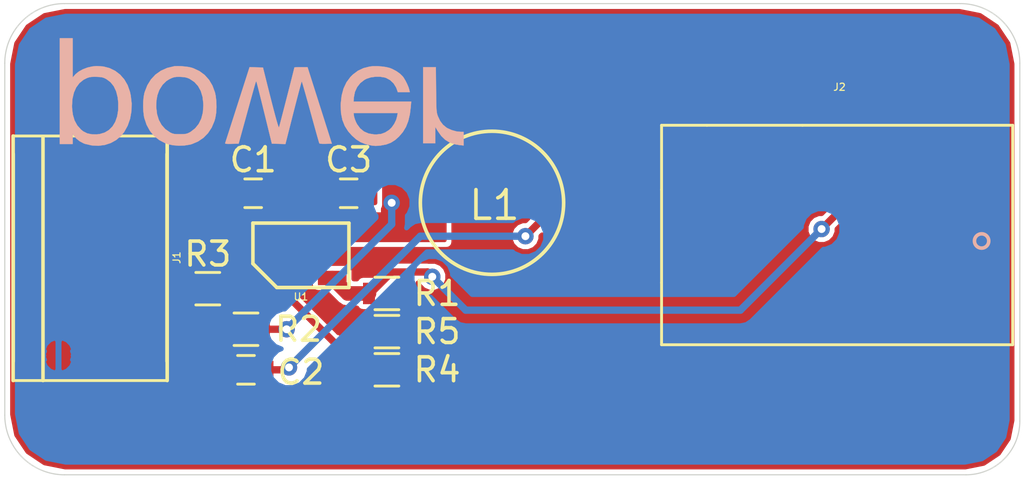
<source format=kicad_pcb>
(kicad_pcb (version 4) (host pcbnew 4.0.6)

  (general
    (links 27)
    (no_connects 0)
    (area 124.672599 89.1 167.700001 109.400001)
    (thickness 1.6)
    (drawings 8)
    (tracks 91)
    (zones 0)
    (modules 16)
    (nets 9)
  )

  (page A4)
  (layers
    (0 F.Cu signal hide)
    (31 B.Cu signal)
    (36 B.SilkS user)
    (37 F.SilkS user)
    (38 B.Mask user)
    (39 F.Mask user)
    (40 Dwgs.User user)
    (41 Cmts.User user)
    (42 Eco1.User user)
    (43 Eco2.User user)
    (44 Edge.Cuts user)
    (45 Margin user)
  )

  (setup
    (last_trace_width 0.1524)
    (user_trace_width 0.3048)
    (user_trace_width 0.6096)
    (user_trace_width 1.2192)
    (user_trace_width 1.7)
    (user_trace_width 2.4384)
    (trace_clearance 0.1524)
    (zone_clearance 0.2)
    (zone_45_only no)
    (trace_min 0.1524)
    (segment_width 0.2)
    (edge_width 0.05)
    (via_size 0.6858)
    (via_drill 0.3302)
    (via_min_size 0.6858)
    (via_min_drill 0.3302)
    (user_via 0.6858 0.3302)
    (user_via 1.3716 0.6604)
    (uvia_size 0.762)
    (uvia_drill 0.508)
    (uvias_allowed no)
    (uvia_min_size 0)
    (uvia_min_drill 0)
    (pcb_text_width 0.3)
    (pcb_text_size 1.5 1.5)
    (mod_edge_width 0.15)
    (mod_text_size 0.3 0.3)
    (mod_text_width 0.05)
    (pad_size 0.1 0.1)
    (pad_drill 0)
    (pad_to_mask_clearance 0.2)
    (aux_axis_origin 0 0)
    (visible_elements FFFFFF7F)
    (pcbplotparams
      (layerselection 0x00030_80000001)
      (usegerberextensions false)
      (excludeedgelayer true)
      (linewidth 0.100000)
      (plotframeref false)
      (viasonmask false)
      (mode 1)
      (useauxorigin false)
      (hpglpennumber 1)
      (hpglpenspeed 20)
      (hpglpendiameter 15)
      (hpglpenoverlay 2)
      (psnegative false)
      (psa4output false)
      (plotreference true)
      (plotvalue true)
      (plotinvisibletext false)
      (padsonsilk false)
      (subtractmaskfromsilk false)
      (outputformat 1)
      (mirror false)
      (drillshape 1)
      (scaleselection 1)
      (outputdirectory ""))
  )

  (net 0 "")
  (net 1 GND)
  (net 2 /RUN_PD)
  (net 3 /LDO_VIN)
  (net 4 /V_OUT_CONN)
  (net 5 /LDO_VFB)
  (net 6 /LDO_SW)
  (net 7 /LABEL_NODE)
  (net 8 /LDO_MODE)

  (net_class Default "This is the default net class."
    (clearance 0.1524)
    (trace_width 0.1524)
    (via_dia 0.6858)
    (via_drill 0.3302)
    (uvia_dia 0.762)
    (uvia_drill 0.508)
    (add_net /LABEL_NODE)
    (add_net /LDO_MODE)
    (add_net /LDO_SW)
    (add_net /LDO_VFB)
    (add_net /LDO_VIN)
    (add_net /RUN_PD)
    (add_net /V_OUT_CONN)
    (add_net GND)
  )

  (module popsu_footprints:BARREL_JACK (layer F.Cu) (tedit 597E1490) (tstamp 597E07C9)
    (at 151.5 98.5 180)
    (descr "DC Barrel Jack")
    (tags "Power Jack")
    (path /59336B43)
    (fp_text reference J2 (at -8.45 5.75 360) (layer F.SilkS)
      (effects (font (size 0.3 0.3) (thickness 0.05)))
    )
    (fp_text value BARREL_JACK (at -8 -4.45 180) (layer F.Fab)
      (effects (font (size 0.3 0.3) (thickness 0.05)))
    )
    (fp_line (start -1 -2.45) (end -1 1.45) (layer F.SilkS) (width 0.12))
    (fp_line (start -6.9 4.15) (end -2.9 4.15) (layer F.SilkS) (width 0.12))
    (fp_line (start -0.9 -4.95) (end -0.9 -5.2) (layer F.CrtYd) (width 0.05))
    (fp_line (start -0.9 -5.2) (end -15.9 -5.2) (layer F.CrtYd) (width 0.05))
    (fp_line (start -0.9 -4.95) (end -0.9 -2.45) (layer F.CrtYd) (width 0.05))
    (fp_line (start -0.9 1.55) (end -0.9 4.3) (layer F.CrtYd) (width 0.05))
    (fp_line (start -0.9 4.3) (end -2.9 4.3) (layer F.CrtYd) (width 0.05))
    (fp_line (start -6.9 4.3) (end -15.9 4.3) (layer F.CrtYd) (width 0.05))
    (fp_line (start -15.9 4.3) (end -15.9 -5.2) (layer F.CrtYd) (width 0.05))
    (fp_line (start -6.9 4.15) (end -15.7 4.15) (layer F.SilkS) (width 0.12))
    (fp_line (start -15.7 4.15) (end -15.7 -5.05) (layer F.SilkS) (width 0.12))
    (fp_line (start -1 1.45) (end -1 4.15) (layer F.SilkS) (width 0.12))
    (fp_line (start -1 4.15) (end -2.9 4.15) (layer F.SilkS) (width 0.12))
    (fp_line (start -15.7 -5.05) (end -1 -5.05) (layer F.SilkS) (width 0.12))
    (fp_line (start -1 -5.05) (end -1 -2.45) (layer F.SilkS) (width 0.12))
    (fp_line (start -12.1 -4.95) (end -12.1 4.05) (layer F.Fab) (width 0.1))
    (fp_line (start -15.6 -4.95) (end -15.6 4.05) (layer F.Fab) (width 0.1))
    (fp_line (start -15.6 4.05) (end -1.1 4.05) (layer F.Fab) (width 0.1))
    (fp_line (start -1.1 4.05) (end -1.1 -4.95) (layer F.Fab) (width 0.1))
    (fp_line (start -1.1 -4.95) (end -15.6 -4.95) (layer F.Fab) (width 0.1))
    (pad 1 smd rect (at 0 0 180) (size 4.06 3.3) (layers F.Cu F.Mask)
      (net 4 /V_OUT_CONN))
    (pad 2 smd rect (at -9.14 -7.19 180) (size 6.35 3.81) (layers F.Cu F.Mask)
      (net 1 GND))
    (pad 3 smd rect (at -9.14 6.1 180) (size 6.35 3.3) (layers F.Cu F.Mask)
      (net 2 /RUN_PD))
  )

  (module popsu_footprints:label_footprint2 (layer B.Cu) (tedit 597D49E9) (tstamp 597F4173)
    (at 165.9 99.2)
    (path /597D3D29)
    (fp_text reference "" (at 0 1.125) (layer B.SilkS)
      (effects (font (size 1.2 1.2) (thickness 0.15)) (justify mirror))
    )
    (fp_text value "" (at 0 -1.125) (layer B.Fab)
      (effects (font (size 1.2 1.2) (thickness 0.15)) (justify mirror))
    )
    (fp_circle (center 0 0) (end 0 -0.3) (layer B.SilkS) (width 0.15))
    (pad 1 smd oval (at 0 0.1) (size 0.1 0.1) (layers B.Cu B.Mask)
      (net 7 /LABEL_NODE))
    (pad 2 smd oval (at 0 -0.1) (size 0.1 0.1) (layers B.Cu B.Mask)
      (net 7 /LABEL_NODE))
  )

  (module Resistors_SMD:R_0603 (layer F.Cu) (tedit 597E10AA) (tstamp 596FFAE1)
    (at 141 101.4)
    (descr "Resistor SMD 0603, reflow soldering, Vishay (see dcrcw.pdf)")
    (tags "resistor 0603")
    (path /59336D38)
    (attr smd)
    (fp_text reference R1 (at 2.1 0) (layer F.SilkS)
      (effects (font (size 1 1) (thickness 0.15)))
    )
    (fp_text value 10kΩ (at 5.1 0) (layer F.Fab)
      (effects (font (size 1 1) (thickness 0.15)))
    )
    (fp_text user %R (at 0 0) (layer F.Fab)
      (effects (font (size 0.5 0.5) (thickness 0.075)))
    )
    (fp_line (start -0.8 0.4) (end -0.8 -0.4) (layer F.Fab) (width 0.1))
    (fp_line (start 0.8 0.4) (end -0.8 0.4) (layer F.Fab) (width 0.1))
    (fp_line (start 0.8 -0.4) (end 0.8 0.4) (layer F.Fab) (width 0.1))
    (fp_line (start -0.8 -0.4) (end 0.8 -0.4) (layer F.Fab) (width 0.1))
    (fp_line (start 0.5 0.68) (end -0.5 0.68) (layer F.SilkS) (width 0.12))
    (fp_line (start -0.5 -0.68) (end 0.5 -0.68) (layer F.SilkS) (width 0.12))
    (fp_line (start -1.25 -0.7) (end 1.25 -0.7) (layer F.CrtYd) (width 0.05))
    (fp_line (start -1.25 -0.7) (end -1.25 0.7) (layer F.CrtYd) (width 0.05))
    (fp_line (start 1.25 0.7) (end 1.25 -0.7) (layer F.CrtYd) (width 0.05))
    (fp_line (start 1.25 0.7) (end -1.25 0.7) (layer F.CrtYd) (width 0.05))
    (pad 1 smd rect (at -0.75 0) (size 0.5 0.9) (layers F.Cu F.Mask)
      (net 2 /RUN_PD))
    (pad 2 smd rect (at 0.75 0) (size 0.5 0.9) (layers F.Cu F.Mask)
      (net 3 /LDO_VIN))
    (model ${KISYS3DMOD}/Resistors_SMD.3dshapes/R_0603.wrl
      (at (xyz 0 0 0))
      (scale (xyz 1 1 1))
      (rotate (xyz 0 0 0))
    )
  )

  (module popsu_footprints:S6-TSOT-23 (layer F.Cu) (tedit 597D3704) (tstamp 593F778E)
    (at 137.4 99.8 90)
    (path /59336051)
    (fp_text reference U1 (at -1.74 0 180) (layer F.SilkS)
      (effects (font (size 0.3 0.3) (thickness 0.05)))
    )
    (fp_text value LTC3405 (at 0 0 90) (layer F.Fab)
      (effects (font (size 0.3 0.3) (thickness 0.05)))
    )
    (fp_line (start -0.35 -2.01) (end -1.35 -1.01) (layer F.SilkS) (width 0.15))
    (fp_line (start -1.35 -1.01) (end -1.35 2.01) (layer F.SilkS) (width 0.15))
    (fp_line (start -1.35 2.01) (end 1.35 2.01) (layer F.SilkS) (width 0.15))
    (fp_line (start 1.35 2.01) (end 1.35 -2.01) (layer F.SilkS) (width 0.15))
    (fp_line (start 1.35 -2.01) (end -0.35 -2.01) (layer F.SilkS) (width 0.15))
    (pad 6 smd rect (at -0.95 -1.31 90) (size 0.6 1.2) (layers F.Cu F.Mask)
      (net 8 /LDO_MODE))
    (pad 1 smd rect (at -0.95 1.31 90) (size 0.6 1.2) (layers F.Cu F.Mask)
      (net 2 /RUN_PD))
    (pad 5 smd rect (at 0 -1.31 90) (size 0.6 1.2) (layers F.Cu F.Mask)
      (net 5 /LDO_VFB))
    (pad 2 smd rect (at 0 1.31 90) (size 0.6 1.2) (layers F.Cu F.Mask)
      (net 1 GND))
    (pad 4 smd rect (at 0.95 -1.31 90) (size 0.6 1.2) (layers F.Cu F.Mask)
      (net 3 /LDO_VIN))
    (pad 3 smd rect (at 0.95 1.31 90) (size 0.6 1.2) (layers F.Cu F.Mask)
      (net 6 /LDO_SW))
  )

  (module Capacitors_SMD:C_0603 (layer F.Cu) (tedit 597E10BE) (tstamp 596FFAD2)
    (at 135.4 97.2)
    (descr "Capacitor SMD 0603, reflow soldering, AVX (see smccp.pdf)")
    (tags "capacitor 0603")
    (path /593363EE)
    (attr smd)
    (fp_text reference C1 (at 0 -1.4) (layer F.SilkS)
      (effects (font (size 1 1) (thickness 0.15)))
    )
    (fp_text value 4.7µF (at -0.5 -2.9) (layer F.Fab)
      (effects (font (size 1 1) (thickness 0.15)))
    )
    (fp_text user %R (at 0 -1.5) (layer F.Fab)
      (effects (font (size 1 1) (thickness 0.15)))
    )
    (fp_line (start -0.8 0.4) (end -0.8 -0.4) (layer F.Fab) (width 0.1))
    (fp_line (start 0.8 0.4) (end -0.8 0.4) (layer F.Fab) (width 0.1))
    (fp_line (start 0.8 -0.4) (end 0.8 0.4) (layer F.Fab) (width 0.1))
    (fp_line (start -0.8 -0.4) (end 0.8 -0.4) (layer F.Fab) (width 0.1))
    (fp_line (start -0.35 -0.6) (end 0.35 -0.6) (layer F.SilkS) (width 0.12))
    (fp_line (start 0.35 0.6) (end -0.35 0.6) (layer F.SilkS) (width 0.12))
    (fp_line (start -1.4 -0.65) (end 1.4 -0.65) (layer F.CrtYd) (width 0.05))
    (fp_line (start -1.4 -0.65) (end -1.4 0.65) (layer F.CrtYd) (width 0.05))
    (fp_line (start 1.4 0.65) (end 1.4 -0.65) (layer F.CrtYd) (width 0.05))
    (fp_line (start 1.4 0.65) (end -1.4 0.65) (layer F.CrtYd) (width 0.05))
    (pad 1 smd rect (at -0.75 0) (size 0.8 0.75) (layers F.Cu F.Mask)
      (net 3 /LDO_VIN))
    (pad 2 smd rect (at 0.75 0) (size 0.8 0.75) (layers F.Cu F.Mask)
      (net 1 GND))
    (model Capacitors_SMD.3dshapes/C_0603.wrl
      (at (xyz 0 0 0))
      (scale (xyz 1 1 1))
      (rotate (xyz 0 0 0))
    )
  )

  (module Capacitors_SMD:C_0603 (layer F.Cu) (tedit 597E10D2) (tstamp 596FFAD7)
    (at 135.1 104.6 180)
    (descr "Capacitor SMD 0603, reflow soldering, AVX (see smccp.pdf)")
    (tags "capacitor 0603")
    (path /5933647D)
    (attr smd)
    (fp_text reference C2 (at -2.3 -0.1 180) (layer F.SilkS)
      (effects (font (size 1 1) (thickness 0.15)))
    )
    (fp_text value 22pF (at -3.4 -1.5 180) (layer F.Fab)
      (effects (font (size 1 1) (thickness 0.15)))
    )
    (fp_text user %R (at 0 -1.5 180) (layer F.Fab)
      (effects (font (size 1 1) (thickness 0.15)))
    )
    (fp_line (start -0.8 0.4) (end -0.8 -0.4) (layer F.Fab) (width 0.1))
    (fp_line (start 0.8 0.4) (end -0.8 0.4) (layer F.Fab) (width 0.1))
    (fp_line (start 0.8 -0.4) (end 0.8 0.4) (layer F.Fab) (width 0.1))
    (fp_line (start -0.8 -0.4) (end 0.8 -0.4) (layer F.Fab) (width 0.1))
    (fp_line (start -0.35 -0.6) (end 0.35 -0.6) (layer F.SilkS) (width 0.12))
    (fp_line (start 0.35 0.6) (end -0.35 0.6) (layer F.SilkS) (width 0.12))
    (fp_line (start -1.4 -0.65) (end 1.4 -0.65) (layer F.CrtYd) (width 0.05))
    (fp_line (start -1.4 -0.65) (end -1.4 0.65) (layer F.CrtYd) (width 0.05))
    (fp_line (start 1.4 0.65) (end 1.4 -0.65) (layer F.CrtYd) (width 0.05))
    (fp_line (start 1.4 0.65) (end -1.4 0.65) (layer F.CrtYd) (width 0.05))
    (pad 1 smd rect (at -0.75 0 180) (size 0.8 0.75) (layers F.Cu F.Mask)
      (net 4 /V_OUT_CONN))
    (pad 2 smd rect (at 0.75 0 180) (size 0.8 0.75) (layers F.Cu F.Mask)
      (net 5 /LDO_VFB))
    (model Capacitors_SMD.3dshapes/C_0603.wrl
      (at (xyz 0 0 0))
      (scale (xyz 1 1 1))
      (rotate (xyz 0 0 0))
    )
  )

  (module Capacitors_SMD:C_0603 (layer F.Cu) (tedit 597E10C2) (tstamp 596FFADC)
    (at 139.4 97.2 180)
    (descr "Capacitor SMD 0603, reflow soldering, AVX (see smccp.pdf)")
    (tags "capacitor 0603")
    (path /593E1A77)
    (attr smd)
    (fp_text reference C3 (at 0 1.4 180) (layer F.SilkS)
      (effects (font (size 1 1) (thickness 0.15)))
    )
    (fp_text value 4.7µF (at -0.3 2.9 180) (layer F.Fab)
      (effects (font (size 1 1) (thickness 0.15)))
    )
    (fp_text user %R (at 0 -1.5 180) (layer F.Fab)
      (effects (font (size 1 1) (thickness 0.15)))
    )
    (fp_line (start -0.8 0.4) (end -0.8 -0.4) (layer F.Fab) (width 0.1))
    (fp_line (start 0.8 0.4) (end -0.8 0.4) (layer F.Fab) (width 0.1))
    (fp_line (start 0.8 -0.4) (end 0.8 0.4) (layer F.Fab) (width 0.1))
    (fp_line (start -0.8 -0.4) (end 0.8 -0.4) (layer F.Fab) (width 0.1))
    (fp_line (start -0.35 -0.6) (end 0.35 -0.6) (layer F.SilkS) (width 0.12))
    (fp_line (start 0.35 0.6) (end -0.35 0.6) (layer F.SilkS) (width 0.12))
    (fp_line (start -1.4 -0.65) (end 1.4 -0.65) (layer F.CrtYd) (width 0.05))
    (fp_line (start -1.4 -0.65) (end -1.4 0.65) (layer F.CrtYd) (width 0.05))
    (fp_line (start 1.4 0.65) (end 1.4 -0.65) (layer F.CrtYd) (width 0.05))
    (fp_line (start 1.4 0.65) (end -1.4 0.65) (layer F.CrtYd) (width 0.05))
    (pad 1 smd rect (at -0.75 0 180) (size 0.8 0.75) (layers F.Cu F.Mask)
      (net 4 /V_OUT_CONN))
    (pad 2 smd rect (at 0.75 0 180) (size 0.8 0.75) (layers F.Cu F.Mask)
      (net 1 GND))
    (model Capacitors_SMD.3dshapes/C_0603.wrl
      (at (xyz 0 0 0))
      (scale (xyz 1 1 1))
      (rotate (xyz 0 0 0))
    )
  )

  (module Resistors_SMD:R_0603 (layer F.Cu) (tedit 597E1109) (tstamp 596FFAE6)
    (at 135.1 102.9 180)
    (descr "Resistor SMD 0603, reflow soldering, Vishay (see dcrcw.pdf)")
    (tags "resistor 0603")
    (path /593364B7)
    (attr smd)
    (fp_text reference R2 (at -2.2 0 180) (layer F.SilkS)
      (effects (font (size 1 1) (thickness 0.15)))
    )
    (fp_text value 330kΩ (at 0.9 -3.2 180) (layer F.Fab)
      (effects (font (size 1 1) (thickness 0.15)))
    )
    (fp_text user %R (at 0 0 180) (layer F.Fab)
      (effects (font (size 0.5 0.5) (thickness 0.075)))
    )
    (fp_line (start -0.8 0.4) (end -0.8 -0.4) (layer F.Fab) (width 0.1))
    (fp_line (start 0.8 0.4) (end -0.8 0.4) (layer F.Fab) (width 0.1))
    (fp_line (start 0.8 -0.4) (end 0.8 0.4) (layer F.Fab) (width 0.1))
    (fp_line (start -0.8 -0.4) (end 0.8 -0.4) (layer F.Fab) (width 0.1))
    (fp_line (start 0.5 0.68) (end -0.5 0.68) (layer F.SilkS) (width 0.12))
    (fp_line (start -0.5 -0.68) (end 0.5 -0.68) (layer F.SilkS) (width 0.12))
    (fp_line (start -1.25 -0.7) (end 1.25 -0.7) (layer F.CrtYd) (width 0.05))
    (fp_line (start -1.25 -0.7) (end -1.25 0.7) (layer F.CrtYd) (width 0.05))
    (fp_line (start 1.25 0.7) (end 1.25 -0.7) (layer F.CrtYd) (width 0.05))
    (fp_line (start 1.25 0.7) (end -1.25 0.7) (layer F.CrtYd) (width 0.05))
    (pad 1 smd rect (at -0.75 0 180) (size 0.5 0.9) (layers F.Cu F.Mask)
      (net 6 /LDO_SW))
    (pad 2 smd rect (at 0.75 0 180) (size 0.5 0.9) (layers F.Cu F.Mask)
      (net 5 /LDO_VFB))
    (model ${KISYS3DMOD}/Resistors_SMD.3dshapes/R_0603.wrl
      (at (xyz 0 0 0))
      (scale (xyz 1 1 1))
      (rotate (xyz 0 0 0))
    )
  )

  (module Resistors_SMD:R_0603 (layer F.Cu) (tedit 597E110F) (tstamp 596FFAEB)
    (at 133.5 101.2)
    (descr "Resistor SMD 0603, reflow soldering, Vishay (see dcrcw.pdf)")
    (tags "resistor 0603")
    (path /5933653F)
    (attr smd)
    (fp_text reference R3 (at 0 -1.45) (layer F.SilkS)
      (effects (font (size 1 1) (thickness 0.15)))
    )
    (fp_text value 120kΩ (at -4.2 4.9) (layer F.Fab)
      (effects (font (size 1 1) (thickness 0.15)))
    )
    (fp_text user %R (at 0 0) (layer F.Fab)
      (effects (font (size 0.5 0.5) (thickness 0.075)))
    )
    (fp_line (start -0.8 0.4) (end -0.8 -0.4) (layer F.Fab) (width 0.1))
    (fp_line (start 0.8 0.4) (end -0.8 0.4) (layer F.Fab) (width 0.1))
    (fp_line (start 0.8 -0.4) (end 0.8 0.4) (layer F.Fab) (width 0.1))
    (fp_line (start -0.8 -0.4) (end 0.8 -0.4) (layer F.Fab) (width 0.1))
    (fp_line (start 0.5 0.68) (end -0.5 0.68) (layer F.SilkS) (width 0.12))
    (fp_line (start -0.5 -0.68) (end 0.5 -0.68) (layer F.SilkS) (width 0.12))
    (fp_line (start -1.25 -0.7) (end 1.25 -0.7) (layer F.CrtYd) (width 0.05))
    (fp_line (start -1.25 -0.7) (end -1.25 0.7) (layer F.CrtYd) (width 0.05))
    (fp_line (start 1.25 0.7) (end 1.25 -0.7) (layer F.CrtYd) (width 0.05))
    (fp_line (start 1.25 0.7) (end -1.25 0.7) (layer F.CrtYd) (width 0.05))
    (pad 1 smd rect (at -0.75 0) (size 0.5 0.9) (layers F.Cu F.Mask)
      (net 1 GND))
    (pad 2 smd rect (at 0.75 0) (size 0.5 0.9) (layers F.Cu F.Mask)
      (net 5 /LDO_VFB))
    (model ${KISYS3DMOD}/Resistors_SMD.3dshapes/R_0603.wrl
      (at (xyz 0 0 0))
      (scale (xyz 1 1 1))
      (rotate (xyz 0 0 0))
    )
  )

  (module popsu_footprints:5KT (layer F.Cu) (tedit 597D3C31) (tstamp 596FFF09)
    (at 145.4 97.6 180)
    (path /593367A6)
    (fp_text reference L1 (at -0.1 -0.1 180) (layer F.SilkS)
      (effects (font (size 1.2 1.2) (thickness 0.15)))
    )
    (fp_text value 10µH (at 0 4.625 180) (layer F.Fab)
      (effects (font (size 1.2 1.2) (thickness 0.15)))
    )
    (fp_circle (center 0 0) (end 0 3) (layer F.SilkS) (width 0.15))
    (pad 1 smd rect (at 2.8 0 180) (size 1.5 1.5) (layers F.Cu F.Mask)
      (net 6 /LDO_SW))
    (pad 2 smd rect (at -2.8 0 180) (size 1.5 1.5) (layers F.Cu F.Mask)
      (net 4 /V_OUT_CONN))
  )

  (module popsu_footprints:USB_Micro-B-SMD (layer F.Cu) (tedit 59757E13) (tstamp 5975F1B3)
    (at 129.4 99.9 270)
    (descr "Micro USB Type B Receptacle")
    (tags "USB USB_B USB_micro USB_OTG")
    (path /593371D4)
    (attr smd)
    (fp_text reference J1 (at 0 -2.8 270) (layer F.SilkS)
      (effects (font (size 0.3 0.3) (thickness 0.05)))
    )
    (fp_text value USB_OTG (at -0.1 2.2 270) (layer F.Fab)
      (effects (font (size 0.3 0.3) (thickness 0.05)))
    )
    (fp_line (start 5.15 2.8) (end -5.05 2.8) (layer F.SilkS) (width 0.15))
    (fp_line (start 5.15 4.05) (end -5.1 4.05) (layer F.SilkS) (width 0.15))
    (fp_line (start -5.1 -2.4) (end 5.15 -2.4) (layer F.SilkS) (width 0.15))
    (fp_line (start -5.5 -3.3) (end -5.45 4.5) (layer F.CrtYd) (width 0.15))
    (fp_line (start -5.45 4.5) (end 5.6 4.5) (layer F.CrtYd) (width 0.15))
    (fp_line (start 5.6 4.5) (end 5.6 -3.3) (layer F.CrtYd) (width 0.15))
    (fp_line (start 5.6 -3.3) (end -5.45 -3.3) (layer F.CrtYd) (width 0.15))
    (fp_line (start -4.35 4.03) (end 4.35 4.03) (layer F.SilkS) (width 0.12))
    (fp_line (start -4.35 -2.38) (end 4.35 -2.38) (layer F.SilkS) (width 0.12))
    (fp_line (start 5.15 -2.38) (end 5.15 4.03) (layer F.SilkS) (width 0.12))
    (fp_line (start 4.35 2.8) (end -4.35 2.8) (layer F.SilkS) (width 0.12))
    (fp_line (start -5.1 4.03) (end -5.1 -2.38) (layer F.SilkS) (width 0.12))
    (pad 6 smd rect (at -3.8 1.45 90) (size 1.8 2.1) (layers F.Cu F.Mask)
      (net 1 GND))
    (pad 6 smd rect (at 3.8 1.45 90) (size 1.8 2.1) (layers F.Cu F.Mask)
      (net 1 GND))
    (pad 6 smd rect (at -3.15 -1.2) (size 1.6 2.1) (layers F.Cu F.Mask)
      (net 1 GND))
    (pad 1 smd rect (at -1.3 -1.35) (size 1.35 0.4) (layers F.Cu F.Mask)
      (net 3 /LDO_VIN))
    (pad 2 smd rect (at -0.65 -1.35) (size 1.35 0.4) (layers F.Cu F.Mask))
    (pad 3 smd rect (at 0 -1.35) (size 1.35 0.4) (layers F.Cu F.Mask))
    (pad 4 smd rect (at 0.65 -1.35) (size 1.35 0.4) (layers F.Cu F.Mask))
    (pad 5 smd rect (at 1.3 -1.35) (size 1.35 0.4) (layers F.Cu F.Mask)
      (net 1 GND))
    (pad 6 smd rect (at 3.15 -1.2) (size 1.6 2.1) (layers F.Cu F.Mask)
      (net 1 GND))
  )

  (module Resistors_SMD:R_0603 (layer F.Cu) (tedit 597E10B6) (tstamp 59796C35)
    (at 141 104.6)
    (descr "Resistor SMD 0603, reflow soldering, Vishay (see dcrcw.pdf)")
    (tags "resistor 0603")
    (path /59796B61)
    (attr smd)
    (fp_text reference R4 (at 2.1 0) (layer F.SilkS)
      (effects (font (size 1 1) (thickness 0.15)))
    )
    (fp_text value 0R (at 4.1 0.1) (layer F.Fab)
      (effects (font (size 1 1) (thickness 0.15)))
    )
    (fp_text user %R (at 0 0) (layer F.Fab)
      (effects (font (size 0.5 0.5) (thickness 0.075)))
    )
    (fp_line (start -0.8 0.4) (end -0.8 -0.4) (layer F.Fab) (width 0.1))
    (fp_line (start 0.8 0.4) (end -0.8 0.4) (layer F.Fab) (width 0.1))
    (fp_line (start 0.8 -0.4) (end 0.8 0.4) (layer F.Fab) (width 0.1))
    (fp_line (start -0.8 -0.4) (end 0.8 -0.4) (layer F.Fab) (width 0.1))
    (fp_line (start 0.5 0.68) (end -0.5 0.68) (layer F.SilkS) (width 0.12))
    (fp_line (start -0.5 -0.68) (end 0.5 -0.68) (layer F.SilkS) (width 0.12))
    (fp_line (start -1.25 -0.7) (end 1.25 -0.7) (layer F.CrtYd) (width 0.05))
    (fp_line (start -1.25 -0.7) (end -1.25 0.7) (layer F.CrtYd) (width 0.05))
    (fp_line (start 1.25 0.7) (end 1.25 -0.7) (layer F.CrtYd) (width 0.05))
    (fp_line (start 1.25 0.7) (end -1.25 0.7) (layer F.CrtYd) (width 0.05))
    (pad 1 smd rect (at -0.75 0) (size 0.5 0.9) (layers F.Cu F.Mask)
      (net 8 /LDO_MODE))
    (pad 2 smd rect (at 0.75 0) (size 0.5 0.9) (layers F.Cu F.Mask)
      (net 3 /LDO_VIN))
    (model ${KISYS3DMOD}/Resistors_SMD.3dshapes/R_0603.wrl
      (at (xyz 0 0 0))
      (scale (xyz 1 1 1))
      (rotate (xyz 0 0 0))
    )
  )

  (module Resistors_SMD:R_0603 (layer F.Cu) (tedit 597E10B0) (tstamp 59796C3B)
    (at 141 103)
    (descr "Resistor SMD 0603, reflow soldering, Vishay (see dcrcw.pdf)")
    (tags "resistor 0603")
    (path /59796BBF)
    (attr smd)
    (fp_text reference R5 (at 2.1 0) (layer F.SilkS)
      (effects (font (size 1 1) (thickness 0.15)))
    )
    (fp_text value 0R (at 4.1 0) (layer F.Fab)
      (effects (font (size 1 1) (thickness 0.15)))
    )
    (fp_text user %R (at 0 0) (layer F.Fab)
      (effects (font (size 0.5 0.5) (thickness 0.075)))
    )
    (fp_line (start -0.8 0.4) (end -0.8 -0.4) (layer F.Fab) (width 0.1))
    (fp_line (start 0.8 0.4) (end -0.8 0.4) (layer F.Fab) (width 0.1))
    (fp_line (start 0.8 -0.4) (end 0.8 0.4) (layer F.Fab) (width 0.1))
    (fp_line (start -0.8 -0.4) (end 0.8 -0.4) (layer F.Fab) (width 0.1))
    (fp_line (start 0.5 0.68) (end -0.5 0.68) (layer F.SilkS) (width 0.12))
    (fp_line (start -0.5 -0.68) (end 0.5 -0.68) (layer F.SilkS) (width 0.12))
    (fp_line (start -1.25 -0.7) (end 1.25 -0.7) (layer F.CrtYd) (width 0.05))
    (fp_line (start -1.25 -0.7) (end -1.25 0.7) (layer F.CrtYd) (width 0.05))
    (fp_line (start 1.25 0.7) (end 1.25 -0.7) (layer F.CrtYd) (width 0.05))
    (fp_line (start 1.25 0.7) (end -1.25 0.7) (layer F.CrtYd) (width 0.05))
    (pad 1 smd rect (at -0.75 0) (size 0.5 0.9) (layers F.Cu F.Mask)
      (net 1 GND))
    (pad 2 smd rect (at 0.75 0) (size 0.5 0.9) (layers F.Cu F.Mask)
      (net 8 /LDO_MODE))
    (model ${KISYS3DMOD}/Resistors_SMD.3dshapes/R_0603.wrl
      (at (xyz 0 0 0))
      (scale (xyz 1 1 1))
      (rotate (xyz 0 0 0))
    )
  )

  (module popsu_footprints:pocket-operator-sm (layer B.Cu) (tedit 0) (tstamp 597FA91B)
    (at 143.25 107)
    (fp_text reference G*** (at 0 0) (layer B.SilkS) hide
      (effects (font (thickness 0.3)) (justify mirror))
    )
    (fp_text value LOGO (at 0.75 0) (layer B.SilkS) hide
      (effects (font (thickness 0.3)) (justify mirror))
    )
    (fp_poly (pts (xy -15.542975 0.727796) (xy -15.242282 0.616289) (xy -14.985231 0.405006) (xy -14.786454 0.117814)
      (xy -14.660582 -0.221419) (xy -14.622249 -0.588827) (xy -14.636509 -0.750771) (xy -14.716752 -1.071964)
      (xy -14.846848 -1.357911) (xy -15.007387 -1.569344) (xy -15.064525 -1.616628) (xy -15.364951 -1.761996)
      (xy -15.699008 -1.817296) (xy -16.028909 -1.782784) (xy -16.316864 -1.658718) (xy -16.385204 -1.607651)
      (xy -16.5735 -1.44921) (xy -16.5735 -2.7305) (xy -16.9545 -2.7305) (xy -16.9545 -0.550162)
      (xy -16.5735 -0.550162) (xy -16.533006 -0.86584) (xy -16.421855 -1.136795) (xy -16.255542 -1.329214)
      (xy -16.200027 -1.365053) (xy -15.973957 -1.438334) (xy -15.713512 -1.452366) (xy -15.476223 -1.407713)
      (xy -15.374422 -1.356951) (xy -15.200667 -1.165956) (xy -15.093555 -0.905081) (xy -15.051882 -0.606518)
      (xy -15.074446 -0.30246) (xy -15.160043 -0.025102) (xy -15.30747 0.193363) (xy -15.43591 0.288548)
      (xy -15.709754 0.374206) (xy -15.98685 0.366361) (xy -16.224898 0.268216) (xy -16.279125 0.224683)
      (xy -16.457293 0.004644) (xy -16.550698 -0.261976) (xy -16.5735 -0.550162) (xy -16.9545 -0.550162)
      (xy -16.9545 0.6985) (xy -16.764 0.6985) (xy -16.627855 0.681415) (xy -16.57805 0.608785)
      (xy -16.573501 0.53975) (xy -16.567929 0.430792) (xy -16.530573 0.428479) (xy -16.44985 0.504651)
      (xy -16.254408 0.629892) (xy -15.986478 0.712839) (xy -15.69704 0.74095) (xy -15.542975 0.727796)) (layer B.Mask) (width 0.01))
    (fp_poly (pts (xy 3.443525 0.727796) (xy 3.744218 0.616289) (xy 4.001269 0.405006) (xy 4.200046 0.117814)
      (xy 4.325918 -0.221419) (xy 4.364251 -0.588827) (xy 4.349991 -0.750771) (xy 4.269748 -1.071964)
      (xy 4.139652 -1.357911) (xy 3.979113 -1.569344) (xy 3.921975 -1.616628) (xy 3.621549 -1.761996)
      (xy 3.287492 -1.817296) (xy 2.957591 -1.782784) (xy 2.669636 -1.658718) (xy 2.601296 -1.607651)
      (xy 2.413 -1.44921) (xy 2.413 -2.7305) (xy 2.032 -2.7305) (xy 2.032 -0.550162)
      (xy 2.413 -0.550162) (xy 2.453494 -0.86584) (xy 2.564645 -1.136795) (xy 2.730958 -1.329214)
      (xy 2.786473 -1.365053) (xy 3.012543 -1.438334) (xy 3.272988 -1.452366) (xy 3.510277 -1.407713)
      (xy 3.612078 -1.356951) (xy 3.785833 -1.165956) (xy 3.892945 -0.905081) (xy 3.934618 -0.606518)
      (xy 3.912054 -0.30246) (xy 3.826457 -0.025102) (xy 3.67903 0.193363) (xy 3.55059 0.288548)
      (xy 3.276746 0.374206) (xy 2.99965 0.366361) (xy 2.761602 0.268216) (xy 2.707375 0.224683)
      (xy 2.529207 0.004644) (xy 2.435802 -0.261976) (xy 2.413 -0.550162) (xy 2.032 -0.550162)
      (xy 2.032 0.6985) (xy 2.2225 0.6985) (xy 2.358645 0.681415) (xy 2.40845 0.608785)
      (xy 2.413 0.53975) (xy 2.418571 0.430792) (xy 2.455927 0.428479) (xy 2.53665 0.504651)
      (xy 2.732092 0.629892) (xy 3.000022 0.712839) (xy 3.28946 0.74095) (xy 3.443525 0.727796)) (layer B.Mask) (width 0.01))
    (fp_poly (pts (xy -12.723894 0.702648) (xy -12.428981 0.585145) (xy -12.173366 0.38316) (xy -11.977235 0.095165)
      (xy -11.899775 -0.108127) (xy -11.83302 -0.517909) (xy -11.868954 -0.902203) (xy -11.998868 -1.24215)
      (xy -12.214047 -1.518891) (xy -12.505782 -1.713567) (xy -12.66825 -1.771729) (xy -12.924402 -1.825624)
      (xy -13.143726 -1.823968) (xy -13.3985 -1.767273) (xy -13.706067 -1.618112) (xy -13.949345 -1.373898)
      (xy -14.117669 -1.054703) (xy -14.200373 -0.680599) (xy -14.198637 -0.623472) (xy -13.773747 -0.623472)
      (xy -13.727249 -0.922375) (xy -13.683891 -1.039538) (xy -13.510467 -1.270368) (xy -13.26947 -1.412524)
      (xy -12.992547 -1.456606) (xy -12.711348 -1.393213) (xy -12.631449 -1.352165) (xy -12.433563 -1.167085)
      (xy -12.307963 -0.909838) (xy -12.254648 -0.612675) (xy -12.273619 -0.307851) (xy -12.364874 -0.027617)
      (xy -12.528416 0.195773) (xy -12.631449 0.272666) (xy -12.90672 0.369263) (xy -13.187936 0.356324)
      (xy -13.443 0.243347) (xy -13.639816 0.039828) (xy -13.683224 -0.038556) (xy -13.759058 -0.307547)
      (xy -13.773747 -0.623472) (xy -14.198637 -0.623472) (xy -14.188229 -0.281064) (xy -14.081429 0.076299)
      (xy -13.892813 0.358332) (xy -13.642565 0.563509) (xy -13.350872 0.690304) (xy -13.03792 0.737192)
      (xy -12.723894 0.702648)) (layer B.Mask) (width 0.01))
    (fp_poly (pts (xy -9.849791 0.686876) (xy -9.566374 0.547643) (xy -9.348711 0.324906) (xy -9.33193 0.298543)
      (xy -9.225695 0.085636) (xy -9.216589 -0.050874) (xy -9.305642 -0.117621) (xy -9.398 -0.127)
      (xy -9.531778 -0.110011) (xy -9.588487 -0.069082) (xy -9.5885 -0.068372) (xy -9.626195 0.013678)
      (xy -9.719979 0.145321) (xy -9.752895 0.185628) (xy -9.899001 0.32302) (xy -10.062672 0.376072)
      (xy -10.168799 0.381) (xy -10.493431 0.331844) (xy -10.737119 0.185192) (xy -10.898815 -0.057733)
      (xy -10.977469 -0.395704) (xy -10.9855 -0.572613) (xy -10.941951 -0.93234) (xy -10.814331 -1.203347)
      (xy -10.607178 -1.380183) (xy -10.325033 -1.457397) (xy -10.245993 -1.4605) (xy -10.021181 -1.421266)
      (xy -9.813247 -1.319671) (xy -9.657479 -1.179874) (xy -9.589164 -1.026033) (xy -9.5885 -1.010355)
      (xy -9.555835 -0.920829) (xy -9.437773 -0.889859) (xy -9.398 -0.889) (xy -9.261288 -0.912512)
      (xy -9.210405 -0.993834) (xy -9.241925 -1.149145) (xy -9.309511 -1.307027) (xy -9.485759 -1.539376)
      (xy -9.746676 -1.708221) (xy -10.061903 -1.803888) (xy -10.401081 -1.816699) (xy -10.69975 -1.750117)
      (xy -10.985628 -1.582689) (xy -11.202397 -1.33044) (xy -11.345795 -1.017751) (xy -11.411556 -0.669001)
      (xy -11.395417 -0.308568) (xy -11.293113 0.039168) (xy -11.10038 0.349828) (xy -11.072623 0.381635)
      (xy -10.810378 0.589984) (xy -10.500212 0.709404) (xy -10.170543 0.741249) (xy -9.849791 0.686876)) (layer B.Mask) (width 0.01))
    (fp_poly (pts (xy -4.772384 0.661782) (xy -4.493083 0.48084) (xy -4.274255 0.206031) (xy -4.129874 -0.152054)
      (xy -4.093515 -0.333375) (xy -4.04958 -0.635) (xy -5.922117 -0.635) (xy -5.884264 -0.873125)
      (xy -5.783725 -1.145739) (xy -5.589566 -1.340149) (xy -5.31612 -1.44505) (xy -5.139612 -1.4605)
      (xy -4.916213 -1.445094) (xy -4.764294 -1.387284) (xy -4.664364 -1.304636) (xy -4.558957 -1.181637)
      (xy -4.509106 -1.088847) (xy -4.5085 -1.082386) (xy -4.453237 -1.036176) (xy -4.31967 -1.01603)
      (xy -4.313721 -1.016) (xy -4.181459 -1.027138) (xy -4.146028 -1.079345) (xy -4.164124 -1.158875)
      (xy -4.313457 -1.454584) (xy -4.539381 -1.663754) (xy -4.584844 -1.689391) (xy -4.811775 -1.767301)
      (xy -5.091856 -1.810781) (xy -5.364011 -1.813694) (xy -5.529989 -1.78435) (xy -5.849324 -1.625051)
      (xy -6.078891 -1.379355) (xy -6.150956 -1.248865) (xy -6.288199 -0.841726) (xy -6.321366 -0.445019)
      (xy -6.277345 -0.193487) (xy -5.9055 -0.193487) (xy -5.845733 -0.218998) (xy -5.681248 -0.238815)
      (xy -5.434273 -0.251011) (xy -5.207 -0.254) (xy -4.912526 -0.248822) (xy -4.683782 -0.234572)
      (xy -4.542997 -0.213176) (xy -4.5085 -0.193487) (xy -4.566889 0.017526) (xy -4.72168 0.200359)
      (xy -4.942313 0.329876) (xy -5.198228 0.380943) (xy -5.207 0.381) (xy -5.463564 0.332979)
      (xy -5.685864 0.205669) (xy -5.84334 0.024207) (xy -5.90543 -0.186272) (xy -5.9055 -0.193487)
      (xy -6.277345 -0.193487) (xy -6.256954 -0.076975) (xy -6.101461 0.244172) (xy -5.861385 0.50019)
      (xy -5.543223 0.672848) (xy -5.456521 0.699707) (xy -5.098188 0.738268) (xy -4.772384 0.661782)) (layer B.Mask) (width 0.01))
    (fp_poly (pts (xy 0.611106 0.702648) (xy 0.906019 0.585145) (xy 1.161634 0.38316) (xy 1.357765 0.095165)
      (xy 1.435225 -0.108127) (xy 1.50198 -0.517909) (xy 1.466046 -0.902203) (xy 1.336132 -1.24215)
      (xy 1.120953 -1.518891) (xy 0.829218 -1.713567) (xy 0.66675 -1.771729) (xy 0.410598 -1.825624)
      (xy 0.191274 -1.823968) (xy -0.0635 -1.767273) (xy -0.371067 -1.618112) (xy -0.614345 -1.373898)
      (xy -0.782669 -1.054703) (xy -0.865373 -0.680599) (xy -0.863637 -0.623472) (xy -0.438747 -0.623472)
      (xy -0.392249 -0.922375) (xy -0.348891 -1.039538) (xy -0.175467 -1.270368) (xy 0.06553 -1.412524)
      (xy 0.342453 -1.456606) (xy 0.623652 -1.393213) (xy 0.703551 -1.352165) (xy 0.908284 -1.159815)
      (xy 1.036532 -0.87907) (xy 1.0795 -0.539749) (xy 1.058125 -0.307826) (xy 1.004737 -0.091451)
      (xy 0.983223 -0.038556) (xy 0.813912 0.189267) (xy 0.584657 0.326983) (xy 0.325011 0.374591)
      (xy 0.064528 0.332092) (xy -0.16724 0.199484) (xy -0.34074 -0.023231) (xy -0.348224 -0.038556)
      (xy -0.424058 -0.307547) (xy -0.438747 -0.623472) (xy -0.863637 -0.623472) (xy -0.853229 -0.281064)
      (xy -0.746429 0.076299) (xy -0.557813 0.358332) (xy -0.307565 0.563509) (xy -0.015872 0.690304)
      (xy 0.29708 0.737192) (xy 0.611106 0.702648)) (layer B.Mask) (width 0.01))
    (fp_poly (pts (xy 6.340116 0.661782) (xy 6.619417 0.48084) (xy 6.838245 0.206031) (xy 6.982626 -0.152054)
      (xy 7.018985 -0.333375) (xy 7.06292 -0.635) (xy 5.190383 -0.635) (xy 5.228236 -0.873125)
      (xy 5.328775 -1.145739) (xy 5.522934 -1.340149) (xy 5.79638 -1.44505) (xy 5.972888 -1.4605)
      (xy 6.196287 -1.445094) (xy 6.348206 -1.387284) (xy 6.448136 -1.304636) (xy 6.553543 -1.181637)
      (xy 6.603394 -1.088847) (xy 6.604 -1.082386) (xy 6.659263 -1.036176) (xy 6.79283 -1.01603)
      (xy 6.798779 -1.016) (xy 6.931041 -1.027138) (xy 6.966472 -1.079345) (xy 6.948376 -1.158875)
      (xy 6.799043 -1.454584) (xy 6.573119 -1.663754) (xy 6.527656 -1.689391) (xy 6.300725 -1.767301)
      (xy 6.020644 -1.810781) (xy 5.748489 -1.813694) (xy 5.582511 -1.78435) (xy 5.263176 -1.625051)
      (xy 5.033609 -1.379355) (xy 4.961544 -1.248865) (xy 4.824301 -0.841726) (xy 4.791134 -0.445019)
      (xy 4.835155 -0.193487) (xy 5.207 -0.193487) (xy 5.266767 -0.218998) (xy 5.431252 -0.238815)
      (xy 5.678227 -0.251011) (xy 5.9055 -0.254) (xy 6.199974 -0.248822) (xy 6.428718 -0.234572)
      (xy 6.569503 -0.213176) (xy 6.604 -0.193487) (xy 6.545611 0.017526) (xy 6.39082 0.200359)
      (xy 6.170187 0.329876) (xy 5.914272 0.380943) (xy 5.9055 0.381) (xy 5.648936 0.332979)
      (xy 5.426636 0.205669) (xy 5.26916 0.024207) (xy 5.20707 -0.186272) (xy 5.207 -0.193487)
      (xy 4.835155 -0.193487) (xy 4.855546 -0.076975) (xy 5.011039 0.244172) (xy 5.251115 0.50019)
      (xy 5.569277 0.672848) (xy 5.655979 0.699707) (xy 6.014312 0.738268) (xy 6.340116 0.661782)) (layer B.Mask) (width 0.01))
    (fp_poly (pts (xy 10.330699 0.718895) (xy 10.58809 0.67903) (xy 10.758301 0.612332) (xy 10.868253 0.524086)
      (xy 10.947065 0.411911) (xy 10.999639 0.254708) (xy 11.030876 0.031377) (xy 11.045677 -0.279182)
      (xy 11.049 -0.639133) (xy 11.051138 -0.981961) (xy 11.059008 -1.216664) (xy 11.074794 -1.362068)
      (xy 11.100679 -1.436999) (xy 11.138844 -1.460282) (xy 11.14425 -1.4605) (xy 11.220897 -1.515634)
      (xy 11.2395 -1.61804) (xy 11.192282 -1.752234) (xy 11.074614 -1.819263) (xy 10.92247 -1.821264)
      (xy 10.771827 -1.760372) (xy 10.658659 -1.63872) (xy 10.634548 -1.582137) (xy 10.599021 -1.493119)
      (xy 10.550094 -1.493693) (xy 10.455622 -1.573273) (xy 10.168949 -1.750347) (xy 9.832066 -1.823532)
      (xy 9.475877 -1.78666) (xy 9.438801 -1.776208) (xy 9.181842 -1.643799) (xy 9.023474 -1.440061)
      (xy 8.971178 -1.18214) (xy 8.994786 -1.068466) (xy 9.398 -1.068466) (xy 9.442138 -1.275918)
      (xy 9.577785 -1.401893) (xy 9.809783 -1.449613) (xy 9.964283 -1.445063) (xy 10.194214 -1.411965)
      (xy 10.346278 -1.34676) (xy 10.456509 -1.244467) (xy 10.544629 -1.096034) (xy 10.598345 -0.916743)
      (xy 10.615913 -0.740304) (xy 10.595591 -0.600426) (xy 10.535632 -0.530817) (xy 10.493375 -0.53193)
      (xy 10.372315 -0.560377) (xy 10.175132 -0.600076) (xy 10.006452 -0.631276) (xy 9.695456 -0.712095)
      (xy 9.498976 -0.826959) (xy 9.407471 -0.982722) (xy 9.398 -1.068466) (xy 8.994786 -1.068466)
      (xy 9.032437 -0.887183) (xy 9.041323 -0.865229) (xy 9.13239 -0.707911) (xy 9.270046 -0.58901)
      (xy 9.477259 -0.496535) (xy 9.776995 -0.418494) (xy 9.968291 -0.381219) (xy 10.262132 -0.320675)
      (xy 10.450951 -0.258843) (xy 10.556222 -0.183114) (xy 10.599419 -0.080877) (xy 10.6045 -0.007607)
      (xy 10.552955 0.196012) (xy 10.398958 0.325201) (xy 10.14346 0.379259) (xy 10.075624 0.381)
      (xy 9.824933 0.344142) (xy 9.635888 0.244716) (xy 9.534859 0.09945) (xy 9.525 0.03175)
      (xy 9.477773 -0.038076) (xy 9.326118 -0.063191) (xy 9.29847 -0.0635) (xy 9.150381 -0.055003)
      (xy 9.098929 -0.014077) (xy 9.113204 0.079375) (xy 9.246433 0.349437) (xy 9.457244 0.567883)
      (xy 9.56246 0.633656) (xy 9.770345 0.697055) (xy 10.042271 0.725186) (xy 10.330699 0.718895)) (layer B.Mask) (width 0.01))
    (fp_poly (pts (xy 14.581106 0.702648) (xy 14.876019 0.585145) (xy 15.131634 0.38316) (xy 15.327765 0.095165)
      (xy 15.405225 -0.108127) (xy 15.47198 -0.517909) (xy 15.436046 -0.902203) (xy 15.306132 -1.24215)
      (xy 15.090953 -1.518891) (xy 14.799218 -1.713567) (xy 14.63675 -1.771729) (xy 14.380598 -1.825624)
      (xy 14.161274 -1.823968) (xy 13.9065 -1.767273) (xy 13.598933 -1.618112) (xy 13.355655 -1.373898)
      (xy 13.187331 -1.054703) (xy 13.104627 -0.680599) (xy 13.106363 -0.623472) (xy 13.531253 -0.623472)
      (xy 13.577751 -0.922375) (xy 13.621109 -1.039538) (xy 13.794533 -1.270368) (xy 14.03553 -1.412524)
      (xy 14.312453 -1.456606) (xy 14.593652 -1.393213) (xy 14.673551 -1.352165) (xy 14.878284 -1.159815)
      (xy 15.006532 -0.87907) (xy 15.0495 -0.539749) (xy 15.028125 -0.307826) (xy 14.974737 -0.091451)
      (xy 14.953223 -0.038556) (xy 14.783912 0.189267) (xy 14.554657 0.326983) (xy 14.295011 0.374591)
      (xy 14.034528 0.332092) (xy 13.80276 0.199484) (xy 13.62926 -0.023231) (xy 13.621776 -0.038556)
      (xy 13.545942 -0.307547) (xy 13.531253 -0.623472) (xy 13.106363 -0.623472) (xy 13.116771 -0.281064)
      (xy 13.223571 0.076299) (xy 13.412187 0.358332) (xy 13.662435 0.563509) (xy 13.954128 0.690304)
      (xy 14.26708 0.737192) (xy 14.581106 0.702648)) (layer B.Mask) (width 0.01))
    (fp_poly (pts (xy -8.3185 -0.395433) (xy -7.743732 0.151534) (xy -7.500253 0.380516) (xy -7.324753 0.534825)
      (xy -7.194808 0.628985) (xy -7.087992 0.677518) (xy -6.981883 0.694951) (xy -6.902357 0.696481)
      (xy -6.743103 0.689729) (xy -6.692774 0.667077) (xy -6.733507 0.619941) (xy -6.737196 0.617106)
      (xy -6.829346 0.539434) (xy -6.985212 0.400888) (xy -7.175779 0.227371) (xy -7.236693 0.171152)
      (xy -7.634744 -0.197447) (xy -7.225668 -0.813098) (xy -7.050959 -1.076345) (xy -6.891505 -1.317168)
      (xy -6.76672 -1.506214) (xy -6.702993 -1.603375) (xy -6.589394 -1.778) (xy -6.834822 -1.775111)
      (xy -6.95292 -1.768305) (xy -7.043715 -1.737448) (xy -7.130011 -1.661957) (xy -7.234615 -1.521249)
      (xy -7.38033 -1.294743) (xy -7.39775 -1.267043) (xy -7.549856 -1.02787) (xy -7.687783 -0.816021)
      (xy -7.789956 -0.664436) (xy -7.818347 -0.624891) (xy -7.921444 -0.487918) (xy -8.119972 -0.629283)
      (xy -8.219052 -0.705813) (xy -8.278083 -0.783306) (xy -8.307426 -0.895425) (xy -8.317441 -1.075832)
      (xy -8.3185 -1.274323) (xy -8.3185 -1.778) (xy -8.6995 -1.778) (xy -8.6995 1.651)
      (xy -8.3185 1.651) (xy -8.3185 -0.395433)) (layer B.Mask) (width 0.01))
    (fp_poly (pts (xy -3.133052 1.455511) (xy -3.076137 1.420588) (xy -3.052787 1.325797) (xy -3.048036 1.141203)
      (xy -3.048 1.0795) (xy -3.048 0.6985) (xy -2.794 0.6985) (xy -2.631134 0.690978)
      (xy -2.558733 0.650212) (xy -2.540401 0.548907) (xy -2.54 0.508) (xy -2.549915 0.386162)
      (xy -2.603844 0.331778) (xy -2.738065 0.317836) (xy -2.795844 0.3175) (xy -3.051687 0.3175)
      (xy -3.033969 -0.523875) (xy -3.01625 -1.36525) (xy -2.778125 -1.384958) (xy -2.621387 -1.408257)
      (xy -2.554423 -1.464233) (xy -2.540011 -1.585146) (xy -2.54 -1.591333) (xy -2.549383 -1.708471)
      (xy -2.601106 -1.762156) (xy -2.730537 -1.776727) (xy -2.809875 -1.777063) (xy -3.02226 -1.757309)
      (xy -3.207482 -1.709589) (xy -3.2385 -1.695896) (xy -3.299141 -1.661682) (xy -3.34236 -1.616717)
      (xy -3.371587 -1.540635) (xy -3.390251 -1.413071) (xy -3.401783 -1.213657) (xy -3.409611 -0.922028)
      (xy -3.414779 -0.649082) (xy -3.432308 0.3175) (xy -3.621154 0.3175) (xy -3.754954 0.333424)
      (xy -3.804261 0.408167) (xy -3.81 0.508) (xy -3.794266 0.642932) (xy -3.720046 0.692664)
      (xy -3.6195 0.6985) (xy -3.514052 0.70349) (xy -3.457137 0.738413) (xy -3.433787 0.833204)
      (xy -3.429036 1.017798) (xy -3.429 1.0795) (xy -3.426506 1.290397) (xy -3.409044 1.404228)
      (xy -3.361649 1.450927) (xy -3.269352 1.460429) (xy -3.2385 1.4605) (xy -3.133052 1.455511)) (layer B.Mask) (width 0.01))
    (fp_poly (pts (xy 8.750719 0.71336) (xy 8.762881 0.588079) (xy 8.763 0.544796) (xy 8.752037 0.39259)
      (xy 8.701063 0.32932) (xy 8.598172 0.3175) (xy 8.42494 0.284754) (xy 8.249948 0.209166)
      (xy 8.101328 0.096566) (xy 7.995847 -0.051782) (xy 7.927137 -0.25706) (xy 7.88883 -0.540453)
      (xy 7.874559 -0.923144) (xy 7.874 -1.041471) (xy 7.874 -1.778) (xy 7.493 -1.778)
      (xy 7.493 0.6985) (xy 7.6835 0.6985) (xy 7.803066 0.689389) (xy 7.858066 0.638453)
      (xy 7.873522 0.51029) (xy 7.874237 0.428625) (xy 7.874474 0.15875) (xy 7.997839 0.361073)
      (xy 8.136285 0.541962) (xy 8.307947 0.65414) (xy 8.556625 0.727783) (xy 8.693624 0.749592)
      (xy 8.750719 0.71336)) (layer B.Mask) (width 0.01))
    (fp_poly (pts (xy 12.170448 1.455511) (xy 12.227363 1.420588) (xy 12.250713 1.325797) (xy 12.255464 1.141203)
      (xy 12.2555 1.0795) (xy 12.2555 0.6985) (xy 12.5095 0.6985) (xy 12.672366 0.690978)
      (xy 12.744767 0.650212) (xy 12.763099 0.548907) (xy 12.7635 0.508) (xy 12.753585 0.386162)
      (xy 12.699656 0.331778) (xy 12.565435 0.317836) (xy 12.507656 0.3175) (xy 12.251813 0.3175)
      (xy 12.269531 -0.523875) (xy 12.28725 -1.36525) (xy 12.525375 -1.384958) (xy 12.682113 -1.408257)
      (xy 12.749077 -1.464233) (xy 12.763489 -1.585146) (xy 12.7635 -1.591333) (xy 12.754117 -1.708471)
      (xy 12.702394 -1.762156) (xy 12.572963 -1.776727) (xy 12.493625 -1.777063) (xy 12.28124 -1.757309)
      (xy 12.096018 -1.709589) (xy 12.065 -1.695896) (xy 12.004359 -1.661682) (xy 11.96114 -1.616717)
      (xy 11.931913 -1.540635) (xy 11.913249 -1.413071) (xy 11.901717 -1.213657) (xy 11.893889 -0.922028)
      (xy 11.888721 -0.649082) (xy 11.871192 0.3175) (xy 11.682346 0.3175) (xy 11.548546 0.333424)
      (xy 11.499239 0.408167) (xy 11.4935 0.508) (xy 11.509234 0.642932) (xy 11.583454 0.692664)
      (xy 11.684 0.6985) (xy 11.789448 0.70349) (xy 11.846363 0.738413) (xy 11.869713 0.833204)
      (xy 11.874464 1.017798) (xy 11.8745 1.0795) (xy 11.876994 1.290397) (xy 11.894456 1.404228)
      (xy 11.941851 1.450927) (xy 12.034148 1.460429) (xy 12.065 1.4605) (xy 12.170448 1.455511)) (layer B.Mask) (width 0.01))
    (fp_poly (pts (xy 17.259719 0.71336) (xy 17.271881 0.588079) (xy 17.272 0.544796) (xy 17.261037 0.39259)
      (xy 17.210063 0.32932) (xy 17.107172 0.3175) (xy 16.93394 0.284754) (xy 16.758948 0.209166)
      (xy 16.610328 0.096566) (xy 16.504847 -0.051782) (xy 16.436137 -0.25706) (xy 16.39783 -0.540453)
      (xy 16.383559 -0.923144) (xy 16.383 -1.041471) (xy 16.383 -1.778) (xy 16.002 -1.778)
      (xy 16.002 0.6985) (xy 16.1925 0.6985) (xy 16.312066 0.689389) (xy 16.367066 0.638453)
      (xy 16.382522 0.51029) (xy 16.383237 0.428625) (xy 16.383474 0.15875) (xy 16.506839 0.361073)
      (xy 16.645285 0.541962) (xy 16.816947 0.65414) (xy 17.065625 0.727783) (xy 17.202624 0.749592)
      (xy 17.259719 0.71336)) (layer B.Mask) (width 0.01))
  )

  (module popsu_footprints:nuts-bolts-osh-sm (layer B.Cu) (tedit 0) (tstamp 5980450C)
    (at 158 92.75)
    (fp_text reference G*** (at 0 0) (layer B.SilkS) hide
      (effects (font (thickness 0.3)) (justify mirror))
    )
    (fp_text value LOGO (at 0.75 0) (layer B.SilkS) hide
      (effects (font (thickness 0.3)) (justify mirror))
    )
    (fp_poly (pts (xy 5.581685 2.793334) (xy 5.652717 2.781537) (xy 5.701005 2.751984) (xy 5.733958 2.697197)
      (xy 5.758984 2.609698) (xy 5.783491 2.482011) (xy 5.812764 2.318187) (xy 5.876902 1.969374)
      (xy 6.021729 1.903689) (xy 6.139068 1.852373) (xy 6.266403 1.799422) (xy 6.314083 1.780443)
      (xy 6.46161 1.722883) (xy 6.802232 1.953564) (xy 7.142855 2.184246) (xy 7.427603 1.899497)
      (xy 7.712352 1.614748) (xy 7.492139 1.29698) (xy 7.411609 1.178498) (xy 7.344287 1.075111)
      (xy 7.296124 0.99629) (xy 7.273073 0.951508) (xy 7.271926 0.946516) (xy 7.283014 0.901128)
      (xy 7.312217 0.819905) (xy 7.353443 0.717005) (xy 7.400603 0.606585) (xy 7.447603 0.502803)
      (xy 7.488354 0.419814) (xy 7.516764 0.371777) (xy 7.521366 0.366769) (xy 7.56203 0.35029)
      (xy 7.645416 0.32785) (xy 7.758551 0.302651) (xy 7.863144 0.282405) (xy 7.994593 0.258269)
      (xy 8.110654 0.236374) (xy 8.19684 0.219488) (xy 8.233833 0.211614) (xy 8.259001 0.203501)
      (xy 8.276451 0.187173) (xy 8.287595 0.153554) (xy 8.293846 0.093569) (xy 8.296615 -0.001857)
      (xy 8.297315 -0.141799) (xy 8.297333 -0.196428) (xy 8.295871 -0.339406) (xy 8.291858 -0.461082)
      (xy 8.285855 -0.55087) (xy 8.278421 -0.598184) (xy 8.275839 -0.60262) (xy 8.241161 -0.612538)
      (xy 8.162476 -0.629797) (xy 8.051375 -0.65199) (xy 7.919446 -0.67671) (xy 7.916006 -0.677335)
      (xy 7.782279 -0.703275) (xy 7.667806 -0.728581) (xy 7.584697 -0.750363) (xy 7.545061 -0.765734)
      (xy 7.544963 -0.765814) (xy 7.52171 -0.801784) (xy 7.483759 -0.878543) (xy 7.436694 -0.984206)
      (xy 7.394065 -1.086946) (xy 7.275871 -1.381031) (xy 7.495954 -1.707332) (xy 7.716036 -2.033634)
      (xy 7.449853 -2.300928) (xy 7.348645 -2.399817) (xy 7.259153 -2.482175) (xy 7.189921 -2.540504)
      (xy 7.14949 -2.567302) (xy 7.145394 -2.568222) (xy 7.108679 -2.552955) (xy 7.036011 -2.511263)
      (xy 6.937519 -2.449311) (xy 6.823338 -2.373265) (xy 6.810081 -2.364185) (xy 6.513043 -2.160147)
      (xy 6.37145 -2.239202) (xy 6.279914 -2.283311) (xy 6.219631 -2.297434) (xy 6.203511 -2.291911)
      (xy 6.184808 -2.258485) (xy 6.149478 -2.182442) (xy 6.101151 -2.072596) (xy 6.043455 -1.93776)
      (xy 5.98002 -1.786748) (xy 5.914475 -1.628373) (xy 5.850449 -1.471449) (xy 5.791571 -1.324788)
      (xy 5.741469 -1.197205) (xy 5.703774 -1.097513) (xy 5.682114 -1.034525) (xy 5.678484 -1.016849)
      (xy 5.703099 -0.989978) (xy 5.759986 -0.938866) (xy 5.837134 -0.874277) (xy 5.841925 -0.870387)
      (xy 5.998764 -0.714047) (xy 6.102686 -0.540589) (xy 6.155686 -0.345949) (xy 6.163865 -0.215195)
      (xy 6.139741 0.003088) (xy 6.068507 0.192609) (xy 5.947947 0.358816) (xy 5.917971 0.389494)
      (xy 5.747887 0.519596) (xy 5.558988 0.601329) (xy 5.360162 0.63498) (xy 5.160294 0.620837)
      (xy 4.968272 0.55919) (xy 4.792982 0.450325) (xy 4.688012 0.349628) (xy 4.572133 0.177903)
      (xy 4.504291 -0.012369) (xy 4.483512 -0.211742) (xy 4.50882 -0.410768) (xy 4.579239 -0.600001)
      (xy 4.693795 -0.769995) (xy 4.815493 -0.884964) (xy 4.891906 -0.947974) (xy 4.946362 -1.000506)
      (xy 4.967004 -1.031033) (xy 4.956778 -1.062752) (xy 4.928462 -1.137659) (xy 4.885675 -1.246868)
      (xy 4.832036 -1.381492) (xy 4.771165 -1.532643) (xy 4.706681 -1.691436) (xy 4.642204 -1.848984)
      (xy 4.581352 -1.996401) (xy 4.527746 -2.124799) (xy 4.485005 -2.225292) (xy 4.456748 -2.288993)
      (xy 4.447177 -2.307341) (xy 4.418986 -2.300995) (xy 4.355232 -2.27489) (xy 4.282837 -2.240997)
      (xy 4.128061 -2.165088) (xy 3.83194 -2.366655) (xy 3.716347 -2.443226) (xy 3.615031 -2.506427)
      (xy 3.538299 -2.550097) (xy 3.496462 -2.568074) (xy 3.494664 -2.568222) (xy 3.460523 -2.548991)
      (xy 3.396199 -2.496362) (xy 3.310311 -2.41793) (xy 3.211475 -2.321292) (xy 3.191163 -2.300704)
      (xy 2.928818 -2.033186) (xy 2.981353 -1.954372) (xy 3.019412 -1.897605) (xy 3.079534 -1.808296)
      (xy 3.15215 -1.700649) (xy 3.200495 -1.629086) (xy 3.367101 -1.382613) (xy 3.245257 -1.071683)
      (xy 3.199893 -0.953771) (xy 3.164251 -0.868141) (xy 3.128773 -0.808067) (xy 3.083902 -0.766821)
      (xy 3.02008 -0.737675) (xy 2.927752 -0.713902) (xy 2.797358 -0.688776) (xy 2.667 -0.66465)
      (xy 2.356556 -0.6061) (xy 2.34873 -0.205003) (xy 2.34593 -0.047428) (xy 2.345536 0.062662)
      (xy 2.348762 0.134216) (xy 2.356826 0.176179) (xy 2.370945 0.1975) (xy 2.392334 0.207126)
      (xy 2.405174 0.210139) (xy 2.457493 0.220866) (xy 2.551644 0.239518) (xy 2.674023 0.263422)
      (xy 2.803638 0.288482) (xy 3.137832 0.352778) (xy 3.262061 0.644263) (xy 3.321457 0.790788)
      (xy 3.355561 0.893513) (xy 3.366061 0.958218) (xy 3.360864 0.982929) (xy 3.335783 1.023592)
      (xy 3.285902 1.100119) (xy 3.218294 1.201788) (xy 3.140031 1.31788) (xy 3.13485 1.325513)
      (xy 2.934262 1.620915) (xy 3.209324 1.897013) (xy 3.310796 1.997305) (xy 3.398775 2.081327)
      (xy 3.465385 2.141776) (xy 3.502751 2.171351) (xy 3.507064 2.173111) (xy 3.537733 2.157787)
      (xy 3.604557 2.116046) (xy 3.697734 2.054236) (xy 3.807457 1.978706) (xy 3.809101 1.977556)
      (xy 3.922645 1.898765) (xy 4.023168 1.830279) (xy 4.099508 1.779622) (xy 4.139729 1.754722)
      (xy 4.189324 1.752553) (xy 4.274919 1.771074) (xy 4.382472 1.80487) (xy 4.497938 1.848526)
      (xy 4.607274 1.896627) (xy 4.696436 1.943758) (xy 4.75138 1.984503) (xy 4.758211 1.993197)
      (xy 4.77565 2.040439) (xy 4.799027 2.130721) (xy 4.825365 2.251349) (xy 4.851688 2.389628)
      (xy 4.853272 2.398608) (xy 4.879215 2.533848) (xy 4.905366 2.64855) (xy 4.928842 2.731365)
      (xy 4.946758 2.770944) (xy 4.948184 2.77212) (xy 4.987683 2.780109) (xy 5.071721 2.786773)
      (xy 5.188399 2.791462) (xy 5.325816 2.793528) (xy 5.341754 2.793568) (xy 5.480501 2.794851)
      (xy 5.581685 2.793334)) (layer B.Mask) (width 0.01))
    (fp_poly (pts (xy -6.100563 2.70418) (xy -6.031528 2.670303) (xy -5.928464 2.615765) (xy -5.798584 2.544712)
      (xy -5.6491 2.461288) (xy -5.487225 2.369637) (xy -5.320173 2.273906) (xy -5.155156 2.178237)
      (xy -4.999386 2.086777) (xy -4.860078 2.003669) (xy -4.744443 1.933059) (xy -4.659695 1.87909)
      (xy -4.613047 1.845908) (xy -4.606333 1.838667) (xy -4.617599 1.807997) (xy -4.654023 1.735023)
      (xy -4.712144 1.626089) (xy -4.7885 1.48754) (xy -4.87963 1.325722) (xy -4.982072 1.146981)
      (xy -5.009418 1.099752) (xy -5.113964 0.918822) (xy -5.208175 0.754359) (xy -5.288607 0.61249)
      (xy -5.351817 0.499338) (xy -5.394363 0.42103) (xy -5.412801 0.38369) (xy -5.413204 0.38143)
      (xy -5.386226 0.364995) (xy -5.315415 0.323448) (xy -5.205906 0.259754) (xy -5.062832 0.176878)
      (xy -4.891326 0.077787) (xy -4.696522 -0.034555) (xy -4.483552 -0.157182) (xy -4.257551 -0.287128)
      (xy -4.023651 -0.421429) (xy -3.988997 -0.44131) (xy -3.756978 -0.57824) (xy -3.571601 -0.698053)
      (xy -3.427924 -0.806542) (xy -3.321004 -0.909504) (xy -3.245899 -1.012731) (xy -3.197665 -1.12202)
      (xy -3.171361 -1.243164) (xy -3.162043 -1.381958) (xy -3.161784 -1.411111) (xy -3.16714 -1.549253)
      (xy -3.18686 -1.656639) (xy -3.225634 -1.758123) (xy -3.228347 -1.763889) (xy -3.341697 -1.939306)
      (xy -3.496094 -2.082883) (xy -3.681841 -2.187505) (xy -3.88444 -2.245305) (xy -3.951107 -2.25335)
      (xy -4.016899 -2.253961) (xy -4.086998 -2.244874) (xy -4.166584 -2.223822) (xy -4.26084 -2.188541)
      (xy -4.374948 -2.136765) (xy -4.514089 -2.06623) (xy -4.683445 -1.97467) (xy -4.888198 -1.859819)
      (xy -5.13353 -1.719414) (xy -5.277556 -1.636304) (xy -5.526212 -1.492956) (xy -5.730601 -1.376156)
      (xy -5.895013 -1.283677) (xy -6.023739 -1.213296) (xy -6.121073 -1.162787) (xy -6.191306 -1.129926)
      (xy -6.23873 -1.112485) (xy -6.267636 -1.108242) (xy -6.282316 -1.114969) (xy -6.282535 -1.115255)
      (xy -6.304428 -1.149975) (xy -6.350443 -1.226904) (xy -6.416623 -1.33929) (xy -6.499009 -1.480376)
      (xy -6.593644 -1.643409) (xy -6.69657 -1.821635) (xy -6.703932 -1.834417) (xy -6.806687 -2.010936)
      (xy -6.901464 -2.170124) (xy -6.984383 -2.305751) (xy -7.051562 -2.411583) (xy -7.099122 -2.481392)
      (xy -7.12318 -2.508946) (xy -7.124175 -2.509135) (xy -7.155329 -2.494826) (xy -7.229 -2.455597)
      (xy -7.338936 -2.394945) (xy -7.478883 -2.316363) (xy -7.642587 -2.223347) (xy -7.823795 -2.119393)
      (xy -7.894219 -2.078746) (xy -8.120207 -1.94711) (xy -8.299753 -1.840197) (xy -8.436085 -1.755916)
      (xy -8.53243 -1.692175) (xy -8.592015 -1.646881) (xy -8.618067 -1.617945) (xy -8.619432 -1.608667)
      (xy -8.603297 -1.577667) (xy -8.562847 -1.504643) (xy -8.501996 -1.396431) (xy -8.42466 -1.259865)
      (xy -8.334754 -1.101779) (xy -8.236193 -0.929009) (xy -8.132893 -0.748391) (xy -8.028768 -0.566757)
      (xy -7.927734 -0.390945) (xy -7.833706 -0.227788) (xy -7.750599 -0.084121) (xy -7.682328 0.03322)
      (xy -7.632809 0.117401) (xy -7.605956 0.161586) (xy -7.602739 0.166223) (xy -7.576068 0.157549)
      (xy -7.511237 0.125527) (xy -7.418672 0.075537) (xy -7.33317 0.027098) (xy -7.226398 -0.031759)
      (xy -7.139014 -0.074708) (xy -7.081354 -0.096999) (xy -7.063583 -0.096792) (xy -7.046681 -0.063898)
      (xy -7.006899 0.008095) (xy -6.949689 0.109471) (xy -6.880504 0.230509) (xy -6.859397 0.267174)
      (xy -6.789599 0.391006) (xy -6.732673 0.497349) (xy -6.693425 0.576799) (xy -6.676662 0.619954)
      (xy -6.676759 0.624455) (xy -6.705148 0.645859) (xy -6.771632 0.687476) (xy -6.864839 0.742344)
      (xy -6.928172 0.778344) (xy -7.167501 0.912681) (xy -7.088823 1.056063) (xy -7.044702 1.135139)
      (xy -6.98093 1.247626) (xy -6.901512 1.386614) (xy -6.810454 1.545189) (xy -6.711762 1.716442)
      (xy -6.609441 1.89346) (xy -6.507499 2.069331) (xy -6.409939 2.237145) (xy -6.320769 2.389989)
      (xy -6.243993 2.520952) (xy -6.183618 2.623123) (xy -6.14365 2.689589) (xy -6.128355 2.713253)
      (xy -6.100563 2.70418)) (layer B.Mask) (width 0.01))
    (fp_poly (pts (xy 0.923688 1.9685) (xy 1.032106 1.780229) (xy 1.15953 1.559075) (xy 1.296741 1.321034)
      (xy 1.434515 1.082104) (xy 1.563633 0.85828) (xy 1.608955 0.779744) (xy 1.721415 0.584288)
      (xy 1.808176 0.4314) (xy 1.872118 0.314972) (xy 1.916117 0.228896) (xy 1.943052 0.167063)
      (xy 1.955801 0.123364) (xy 1.957242 0.091693) (xy 1.950252 0.065939) (xy 1.947862 0.060445)
      (xy 1.924764 0.016275) (xy 1.877496 -0.069121) (xy 1.810323 -0.188215) (xy 1.727513 -0.333476)
      (xy 1.633333 -0.497374) (xy 1.553958 -0.634633) (xy 1.433545 -0.842393) (xy 1.302235 -1.06916)
      (xy 1.169129 -1.2992) (xy 1.04333 -1.516781) (xy 0.933938 -1.70617) (xy 0.904703 -1.756833)
      (xy 0.615718 -2.257778) (xy -2.133102 -2.257778) (xy -2.333839 -1.912056) (xy -2.569952 -1.504907)
      (xy -2.777856 -1.145326) (xy -2.958113 -0.832317) (xy -3.111286 -0.564887) (xy -3.237939 -0.342043)
      (xy -3.338634 -0.16279) (xy -3.413933 -0.026135) (xy -3.4644 0.068917) (xy -3.490598 0.123359)
      (xy -3.49477 0.137916) (xy -3.482553 0.160409) (xy -1.854759 0.160409) (xy -1.836727 -0.063237)
      (xy -1.773948 -0.277696) (xy -1.669879 -0.47585) (xy -1.527975 -0.650577) (xy -1.351693 -0.794758)
      (xy -1.144488 -0.901273) (xy -0.987778 -0.948535) (xy -0.880172 -0.971397) (xy -0.803477 -0.982201)
      (xy -0.733636 -0.981706) (xy -0.646588 -0.970672) (xy -0.587476 -0.961175) (xy -0.362614 -0.896763)
      (xy -0.153248 -0.783614) (xy 0.031015 -0.629127) (xy 0.180567 -0.4407) (xy 0.24818 -0.317575)
      (xy 0.285556 -0.22954) (xy 0.308383 -0.148708) (xy 0.32008 -0.055743) (xy 0.324064 0.068691)
      (xy 0.324264 0.112889) (xy 0.322527 0.246364) (xy 0.314412 0.343386) (xy 0.296077 0.42389)
      (xy 0.26368 0.507811) (xy 0.236992 0.565781) (xy 0.126728 0.761282) (xy -0.001771 0.913994)
      (xy -0.159666 1.037128) (xy -0.163058 1.03929) (xy -0.3813 1.146709) (xy -0.609407 1.202734)
      (xy -0.83974 1.209457) (xy -1.064657 1.168971) (xy -1.276517 1.083366) (xy -1.467679 0.954735)
      (xy -1.630501 0.785171) (xy -1.742756 0.606778) (xy -1.824587 0.386121) (xy -1.854759 0.160409)
      (xy -3.482553 0.160409) (xy -3.479199 0.166582) (xy -3.43817 0.239269) (xy -3.374461 0.351125)
      (xy -3.290852 0.497298) (xy -3.190123 0.672936) (xy -3.075054 0.873186) (xy -2.948422 1.093196)
      (xy -2.813009 1.328115) (xy -2.808111 1.336607) (xy -2.130778 2.510762) (xy -0.759908 2.51127)
      (xy 0.610963 2.511778) (xy 0.923688 1.9685)) (layer B.Mask) (width 0.01))
  )

  (module popsu_footprints:power-ss (layer B.Cu) (tedit 0) (tstamp 598D6E55)
    (at 135.8 93.3)
    (fp_text reference G*** (at 0 0) (layer B.SilkS) hide
      (effects (font (thickness 0.3)) (justify mirror))
    )
    (fp_text value LOGO (at 0.75 0) (layer B.SilkS) hide
      (effects (font (thickness 0.3)) (justify mirror))
    )
    (fp_poly (pts (xy -6.617115 1.87572) (xy -6.366416 1.795279) (xy -6.138307 1.669767) (xy -5.938974 1.501052)
      (xy -5.801799 1.332462) (xy -5.654997 1.068654) (xy -5.553128 0.776352) (xy -5.49717 0.462476)
      (xy -5.488103 0.133943) (xy -5.526905 -0.202326) (xy -5.5621 -0.361638) (xy -5.65839 -0.634252)
      (xy -5.796514 -0.872045) (xy -5.971856 -1.071922) (xy -6.179797 -1.230788) (xy -6.415719 -1.34555)
      (xy -6.675006 -1.413113) (xy -6.953039 -1.430382) (xy -7.133167 -1.414423) (xy -7.33478 -1.368885)
      (xy -7.528876 -1.295299) (xy -7.70038 -1.200894) (xy -7.834217 -1.092901) (xy -7.858364 -1.066576)
      (xy -7.958667 -0.949396) (xy -7.958667 -2.596445) (xy -8.494889 -2.596445) (xy -8.494889 0.225778)
      (xy -7.986055 0.225778) (xy -7.96586 -0.063768) (xy -7.906157 -0.319202) (xy -7.808271 -0.538094)
      (xy -7.673527 -0.718014) (xy -7.503249 -0.856532) (xy -7.355937 -0.930638) (xy -7.265284 -0.960693)
      (xy -7.171101 -0.976897) (xy -7.053598 -0.981682) (xy -6.95553 -0.979827) (xy -6.824162 -0.973302)
      (xy -6.729675 -0.960831) (xy -6.652522 -0.937892) (xy -6.573159 -0.899964) (xy -6.546308 -0.885162)
      (xy -6.37277 -0.756006) (xy -6.23554 -0.583887) (xy -6.134836 -0.369238) (xy -6.070871 -0.112493)
      (xy -6.046473 0.11953) (xy -6.050285 0.414872) (xy -6.093092 0.678163) (xy -6.173054 0.906715)
      (xy -6.288331 1.097835) (xy -6.437082 1.248835) (xy -6.617467 1.357023) (xy -6.827647 1.41971)
      (xy -6.945065 1.433254) (xy -7.164616 1.430028) (xy -7.349861 1.389464) (xy -7.511484 1.30831)
      (xy -7.610789 1.230588) (xy -7.766708 1.054498) (xy -7.880588 0.843722) (xy -7.952995 0.596752)
      (xy -7.98449 0.312079) (xy -7.986055 0.225778) (xy -8.494889 0.225778) (xy -8.494889 1.834444)
      (xy -7.958667 1.834444) (xy -7.958561 1.615722) (xy -7.958456 1.397) (xy -7.905771 1.483395)
      (xy -7.801134 1.610754) (xy -7.657587 1.723917) (xy -7.492656 1.80984) (xy -7.442896 1.827941)
      (xy -7.16154 1.893918) (xy -6.884218 1.909222) (xy -6.617115 1.87572)) (layer B.SilkS) (width 0.01))
    (fp_poly (pts (xy -3.263256 1.896191) (xy -3.036312 1.858214) (xy -2.974057 1.840915) (xy -2.713402 1.731849)
      (xy -2.485199 1.577833) (xy -2.2922 1.381914) (xy -2.137154 1.14714) (xy -2.022812 0.876559)
      (xy -1.985891 0.746065) (xy -1.950253 0.53361) (xy -1.936022 0.292022) (xy -1.942873 0.04346)
      (xy -1.970482 -0.189919) (xy -2.001639 -0.331138) (xy -2.105721 -0.612699) (xy -2.250265 -0.85612)
      (xy -2.433645 -1.059701) (xy -2.654236 -1.22174) (xy -2.910412 -1.340536) (xy -2.991556 -1.366782)
      (xy -3.105023 -1.391394) (xy -3.251434 -1.411075) (xy -3.410279 -1.424266) (xy -3.561051 -1.429409)
      (xy -3.683243 -1.424943) (xy -3.711222 -1.421503) (xy -4.004066 -1.350453) (xy -4.264209 -1.233841)
      (xy -4.489747 -1.073406) (xy -4.678778 -0.870888) (xy -4.829398 -0.628027) (xy -4.939704 -0.346562)
      (xy -4.957697 -0.282222) (xy -4.986417 -0.123362) (xy -5.00217 0.071043) (xy -5.004357 0.235349)
      (xy -4.459111 0.235349) (xy -4.447437 -0.004255) (xy -4.409989 -0.209373) (xy -4.343132 -0.397446)
      (xy -4.314603 -0.457532) (xy -4.190294 -0.651499) (xy -4.035339 -0.803029) (xy -3.915084 -0.878954)
      (xy -3.803867 -0.931934) (xy -3.710943 -0.963434) (xy -3.614576 -0.977871) (xy -3.493024 -0.979659)
      (xy -3.429 -0.977692) (xy -3.28897 -0.967484) (xy -3.181336 -0.945665) (xy -3.082402 -0.906909)
      (xy -3.055999 -0.89382) (xy -2.861947 -0.764207) (xy -2.707368 -0.594747) (xy -2.59276 -0.386423)
      (xy -2.518619 -0.140216) (xy -2.485445 0.14289) (xy -2.483556 0.235349) (xy -2.505877 0.519107)
      (xy -2.571797 0.772858) (xy -2.679753 0.993638) (xy -2.828178 1.17848) (xy -3.015509 1.324419)
      (xy -3.076222 1.358693) (xy -3.147878 1.391451) (xy -3.220919 1.411491) (xy -3.312508 1.421694)
      (xy -3.439808 1.424941) (xy -3.471333 1.425009) (xy -3.604778 1.423088) (xy -3.69956 1.415223)
      (xy -3.773397 1.398162) (xy -3.844006 1.36865) (xy -3.880556 1.349851) (xy -4.075544 1.215226)
      (xy -4.232303 1.040676) (xy -4.34929 0.829172) (xy -4.424964 0.583682) (xy -4.457782 0.307177)
      (xy -4.459111 0.235349) (xy -5.004357 0.235349) (xy -5.004973 0.281604) (xy -4.994845 0.488935)
      (xy -4.971801 0.673648) (xy -4.956776 0.746065) (xy -4.861342 1.031532) (xy -4.723985 1.282541)
      (xy -4.547457 1.496046) (xy -4.334507 1.668997) (xy -4.087886 1.798348) (xy -3.96861 1.840915)
      (xy -3.752112 1.887542) (xy -3.509425 1.905967) (xy -3.263256 1.896191)) (layer B.SilkS) (width 0.01))
    (fp_poly (pts (xy 4.844884 1.908405) (xy 4.942952 1.897587) (xy 5.17277 1.853718) (xy 5.367834 1.779638)
      (xy 5.545273 1.666984) (xy 5.703611 1.526143) (xy 5.868637 1.333699) (xy 5.997951 1.118159)
      (xy 6.094372 0.872469) (xy 6.160719 0.589572) (xy 6.197709 0.289278) (xy 6.216651 0.056444)
      (xy 3.802272 0.056444) (xy 3.816746 -0.123872) (xy 3.860908 -0.348773) (xy 3.952726 -0.550037)
      (xy 4.087671 -0.721013) (xy 4.261213 -0.855049) (xy 4.344343 -0.898646) (xy 4.518404 -0.955709)
      (xy 4.717962 -0.984324) (xy 4.921586 -0.9836) (xy 5.107847 -0.952644) (xy 5.169089 -0.932968)
      (xy 5.337488 -0.840705) (xy 5.479357 -0.7058) (xy 5.583287 -0.539994) (xy 5.606483 -0.482852)
      (xy 5.657693 -0.338667) (xy 6.156929 -0.338667) (xy 6.13824 -0.430389) (xy 6.105241 -0.539355)
      (xy 6.049419 -0.673307) (xy 5.980828 -0.811347) (xy 5.909517 -0.932577) (xy 5.870004 -0.988053)
      (xy 5.750898 -1.10717) (xy 5.59375 -1.219148) (xy 5.416757 -1.312055) (xy 5.316337 -1.35111)
      (xy 5.167132 -1.388014) (xy 4.984272 -1.413402) (xy 4.789667 -1.425692) (xy 4.605228 -1.423299)
      (xy 4.487333 -1.41101) (xy 4.221036 -1.344773) (xy 3.986856 -1.234719) (xy 3.776367 -1.076306)
      (xy 3.671307 -0.97094) (xy 3.507135 -0.749657) (xy 3.385317 -0.491353) (xy 3.305808 -0.195888)
      (xy 3.268559 0.136882) (xy 3.26566 0.239889) (xy 3.280407 0.536222) (xy 3.802568 0.536222)
      (xy 5.651658 0.536222) (xy 5.633727 0.656167) (xy 5.588278 0.822214) (xy 5.506964 0.990565)
      (xy 5.401377 1.141173) (xy 5.291667 1.247664) (xy 5.124959 1.353479) (xy 4.956326 1.414542)
      (xy 4.767863 1.436117) (xy 4.659159 1.43366) (xy 4.434823 1.396759) (xy 4.242569 1.313542)
      (xy 4.08158 1.183444) (xy 3.95104 1.005899) (xy 3.901635 0.909549) (xy 3.859646 0.803869)
      (xy 3.827757 0.698469) (xy 3.817454 0.647206) (xy 3.802568 0.536222) (xy 3.280407 0.536222)
      (xy 3.281196 0.552057) (xy 3.336787 0.82887) (xy 3.43504 1.077206) (xy 3.578562 1.30394)
      (xy 3.737105 1.483829) (xy 3.911484 1.639434) (xy 4.085889 1.752035) (xy 4.279211 1.831826)
      (xy 4.475047 1.881986) (xy 4.608452 1.90551) (xy 4.722368 1.914004) (xy 4.844884 1.908405)) (layer B.SilkS) (width 0.01))
    (fp_poly (pts (xy 1.284024 0.523049) (xy 1.350959 0.260766) (xy 1.414093 0.01594) (xy 1.472014 -0.206139)
      (xy 1.523313 -0.400179) (xy 1.566577 -0.56089) (xy 1.600397 -0.682982) (xy 1.623361 -0.761164)
      (xy 1.634059 -0.790145) (xy 1.634239 -0.790208) (xy 1.644821 -0.763847) (xy 1.668615 -0.688312)
      (xy 1.704101 -0.568918) (xy 1.749756 -0.410977) (xy 1.804059 -0.219803) (xy 1.865489 -0.000709)
      (xy 1.932523 0.240989) (xy 2.001873 0.493516) (xy 2.073111 0.753375) (xy 2.140267 0.996857)
      (xy 2.201802 1.218487) (xy 2.256176 1.412788) (xy 2.30185 1.574284) (xy 2.337284 1.697498)
      (xy 2.360938 1.776953) (xy 2.37112 1.806956) (xy 2.408583 1.821226) (xy 2.49411 1.828839)
      (xy 2.619642 1.829152) (xy 2.642037 1.82851) (xy 2.89458 1.820333) (xy 2.385679 0.218814)
      (xy 1.876778 -1.382706) (xy 1.601611 -1.382797) (xy 1.484758 -1.381699) (xy 1.392547 -1.378669)
      (xy 1.337078 -1.374227) (xy 1.326444 -1.370948) (xy 1.319636 -1.339335) (xy 1.300357 -1.259788)
      (xy 1.270326 -1.139003) (xy 1.231262 -0.983678) (xy 1.184881 -0.80051) (xy 1.132905 -0.596196)
      (xy 1.077049 -0.377434) (xy 1.019034 -0.15092) (xy 0.960578 0.076648) (xy 0.903398 0.298572)
      (xy 0.849214 0.508156) (xy 0.799745 0.698702) (xy 0.756707 0.863514) (xy 0.721821 0.995893)
      (xy 0.696804 1.089143) (xy 0.683375 1.136566) (xy 0.682026 1.140485) (xy 0.671014 1.134179)
      (xy 0.650249 1.084143) (xy 0.61939 0.989112) (xy 0.578094 0.847819) (xy 0.526016 0.659)
      (xy 0.462815 0.421388) (xy 0.388147 0.133717) (xy 0.301671 -0.205277) (xy 0.203041 -0.596862)
      (xy 0.105472 -0.987778) (xy 0.010713 -1.368778) (xy -0.26981 -1.376632) (xy -0.550333 -1.384487)
      (xy -1.054954 0.189701) (xy -1.146872 0.476366) (xy -1.233833 0.747422) (xy -1.314279 0.998022)
      (xy -1.386651 1.22332) (xy -1.449392 1.418467) (xy -1.500943 1.578616) (xy -1.539746 1.698921)
      (xy -1.564241 1.774533) (xy -1.5727 1.800184) (xy -1.566816 1.816796) (xy -1.529371 1.826649)
      (xy -1.452652 1.830535) (xy -1.328945 1.829241) (xy -1.297018 1.828406) (xy -1.00821 1.820333)
      (xy -0.65863 0.550333) (xy -0.574328 0.244046) (xy -0.503752 -0.01221) (xy -0.44561 -0.222815)
      (xy -0.39861 -0.392147) (xy -0.36146 -0.524585) (xy -0.33287 -0.624508) (xy -0.311546 -0.696296)
      (xy -0.296197 -0.744327) (xy -0.285532 -0.77298) (xy -0.278258 -0.786636) (xy -0.273083 -0.789671)
      (xy -0.268716 -0.786467) (xy -0.265359 -0.782767) (xy -0.255716 -0.75303) (xy -0.234135 -0.673874)
      (xy -0.201995 -0.55073) (xy -0.160676 -0.38903) (xy -0.111554 -0.194207) (xy -0.056008 0.028309)
      (xy 0.004583 0.273086) (xy 0.06685 0.52655) (xy 0.383526 1.820333) (xy 0.667048 1.828327)
      (xy 0.95057 1.83632) (xy 1.284024 0.523049)) (layer B.SilkS) (width 0.01))
    (fp_poly (pts (xy 8.410222 1.326444) (xy 8.289152 1.326444) (xy 8.106637 1.306899) (xy 7.913969 1.253826)
      (xy 7.738845 1.175568) (xy 7.690239 1.146044) (xy 7.545884 1.026522) (xy 7.431104 0.874581)
      (xy 7.337878 0.679397) (xy 7.330946 0.661151) (xy 7.313843 0.612736) (xy 7.300066 0.564219)
      (xy 7.289174 0.508866) (xy 7.280728 0.439945) (xy 7.27429 0.350721) (xy 7.269418 0.234463)
      (xy 7.265673 0.084437) (xy 7.262616 -0.106091) (xy 7.259807 -0.343852) (xy 7.258749 -0.4445)
      (xy 7.249058 -1.382889) (xy 6.716889 -1.382889) (xy 6.716889 1.806222) (xy 7.224889 1.806222)
      (xy 7.224889 1.118098) (xy 7.325561 1.285771) (xy 7.475355 1.497964) (xy 7.642397 1.659351)
      (xy 7.833996 1.77469) (xy 8.057462 1.84874) (xy 8.236177 1.878489) (xy 8.410222 1.89818)
      (xy 8.410222 1.326444)) (layer B.SilkS) (width 0.01))
  )

  (gr_line (start 165.25 109) (end 127.5 109) (angle 90) (layer Edge.Cuts) (width 0.05))
  (gr_line (start 167.5 91.75) (end 167.5 106.75) (angle 90) (layer Edge.Cuts) (width 0.05))
  (gr_line (start 127.5 89.25) (end 165 89.25) (angle 90) (layer Edge.Cuts) (width 0.05))
  (gr_line (start 125 106.5) (end 125 91.75) (angle 90) (layer Edge.Cuts) (width 0.05))
  (gr_arc (start 127.5 91.75) (end 125 91.75) (angle 90) (layer Edge.Cuts) (width 0.05))
  (gr_arc (start 127.5 106.5) (end 127.5 109) (angle 90) (layer Edge.Cuts) (width 0.05))
  (gr_arc (start 165.25 106.75) (end 167.5 106.75) (angle 90) (layer Edge.Cuts) (width 0.05))
  (gr_arc (start 165 91.75) (end 165 89.25) (angle 90) (layer Edge.Cuts) (width 0.05))

  (segment (start 150.65 105.55) (end 160.5 105.55) (width 2.4384) (layer F.Cu) (net 1))
  (segment (start 160.5 105.55) (end 160.64 105.69) (width 2.4384) (layer F.Cu) (net 1) (tstamp 597E081B))
  (segment (start 144.8 99.8) (end 144.9 99.8) (width 1.2192) (layer F.Cu) (net 1))
  (segment (start 144.9 99.8) (end 150.65 105.55) (width 1.2192) (layer F.Cu) (net 1) (tstamp 597E0816))
  (segment (start 150.65 105.55) (end 150.79 105.69) (width 1.2192) (layer F.Cu) (net 1) (tstamp 597E0819))
  (segment (start 138.71 99.8) (end 144.8 99.8) (width 0.6096) (layer F.Cu) (net 1))
  (segment (start 150.79 105.69) (end 160.64 105.69) (width 0.6096) (layer F.Cu) (net 1) (tstamp 597E0810))
  (segment (start 144.9 99.8) (end 150.79 105.69) (width 0.6096) (layer F.Cu) (net 1) (tstamp 597E080E))
  (segment (start 140.25 103) (end 139 103) (width 0.3048) (layer F.Cu) (net 1))
  (segment (start 137.4 101.4) (end 137.4 99.8) (width 0.3048) (layer F.Cu) (net 1) (tstamp 5979706B))
  (segment (start 139 103) (end 137.4 101.4) (width 0.3048) (layer F.Cu) (net 1) (tstamp 59797069))
  (segment (start 130.5 96.75) (end 132.25 96.75) (width 0.6096) (layer F.Cu) (net 1))
  (segment (start 136.15 96.75) (end 136.15 97.2) (width 0.6096) (layer F.Cu) (net 1) (tstamp 59796E3F))
  (segment (start 135.3 95.9) (end 136.15 96.75) (width 0.6096) (layer F.Cu) (net 1) (tstamp 59796E3E))
  (segment (start 133.1 95.9) (end 135.3 95.9) (width 0.6096) (layer F.Cu) (net 1) (tstamp 59796E3D))
  (segment (start 132.25 96.75) (end 133.1 95.9) (width 0.6096) (layer F.Cu) (net 1) (tstamp 59796E3C))
  (segment (start 130.65 101.2) (end 130.65 102.9) (width 0.3048) (layer F.Cu) (net 1))
  (segment (start 130.65 102.9) (end 130.5 103.05) (width 0.3048) (layer F.Cu) (net 1) (tstamp 59796E39))
  (segment (start 127.85 103.7) (end 129.85 103.7) (width 2.4384) (layer F.Cu) (net 1))
  (segment (start 129.85 103.7) (end 130.5 103.05) (width 2.4384) (layer F.Cu) (net 1) (tstamp 59796E36))
  (segment (start 127.85 96.1) (end 127.85 103.7) (width 2.4384) (layer F.Cu) (net 1))
  (segment (start 127.85 96.1) (end 129.85 96.1) (width 2.4384) (layer F.Cu) (net 1))
  (segment (start 129.85 96.1) (end 130.5 96.75) (width 2.4384) (layer F.Cu) (net 1) (tstamp 59796E31))
  (segment (start 138.71 99.8) (end 137.4 99.8) (width 0.6096) (layer F.Cu) (net 1))
  (segment (start 137.5 99.7) (end 137.5 97.2) (width 0.6096) (layer F.Cu) (net 1) (tstamp 59796E27))
  (segment (start 137.4 99.8) (end 137.5 99.7) (width 0.6096) (layer F.Cu) (net 1) (tstamp 59796E26))
  (segment (start 136.15 97.2) (end 137.5 97.2) (width 0.6096) (layer F.Cu) (net 1))
  (segment (start 137.5 97.2) (end 138.65 97.2) (width 0.6096) (layer F.Cu) (net 1) (tstamp 59796E2A))
  (segment (start 130.65 101.2) (end 132.75 101.2) (width 0.3048) (layer F.Cu) (net 1))
  (segment (start 140.25 101.4) (end 140.309602 101.4) (width 0.3048) (layer F.Cu) (net 2))
  (segment (start 140.309602 101.4) (end 141.209602 100.5) (width 0.3048) (layer F.Cu) (net 2) (tstamp 597E082E))
  (segment (start 160.64 97.26) (end 160.64 92.4) (width 0.3048) (layer F.Cu) (net 2) (tstamp 597E0839))
  (segment (start 159.2 98.7) (end 160.64 97.26) (width 0.3048) (layer F.Cu) (net 2) (tstamp 597E0838))
  (via (at 159.2 98.7) (size 0.6858) (drill 0.3302) (layers F.Cu B.Cu) (net 2))
  (segment (start 155.8 102.1) (end 159.2 98.7) (width 0.3048) (layer B.Cu) (net 2) (tstamp 597E0835))
  (segment (start 144.3 102.1) (end 155.8 102.1) (width 0.3048) (layer B.Cu) (net 2) (tstamp 597E0833))
  (segment (start 142.9 100.7) (end 144.3 102.1) (width 0.3048) (layer B.Cu) (net 2) (tstamp 597E0832))
  (via (at 142.9 100.7) (size 0.6858) (drill 0.3302) (layers F.Cu B.Cu) (net 2))
  (segment (start 142.7 100.5) (end 142.9 100.7) (width 0.3048) (layer F.Cu) (net 2) (tstamp 597E0830))
  (segment (start 141.209602 100.5) (end 142.7 100.5) (width 0.3048) (layer F.Cu) (net 2) (tstamp 597E082F))
  (segment (start 140.25 101.4) (end 139.36 101.4) (width 0.6096) (layer F.Cu) (net 2))
  (segment (start 139.36 101.4) (end 138.71 100.75) (width 0.6096) (layer F.Cu) (net 2) (tstamp 5979702E))
  (segment (start 141.75 104.6) (end 141.75 104.85) (width 0.3048) (layer F.Cu) (net 3))
  (segment (start 141.75 104.85) (end 141.1 105.5) (width 0.3048) (layer F.Cu) (net 3) (tstamp 59797295))
  (segment (start 133.5 105.3) (end 133.5 97.2) (width 0.3048) (layer F.Cu) (net 3) (tstamp 597972BC))
  (segment (start 133.7 105.5) (end 133.5 105.3) (width 0.3048) (layer F.Cu) (net 3) (tstamp 597972A8))
  (segment (start 141.1 105.5) (end 133.7 105.5) (width 0.3048) (layer F.Cu) (net 3) (tstamp 5979729E))
  (segment (start 130.65 98.6) (end 132.1 98.6) (width 0.3048) (layer F.Cu) (net 3))
  (segment (start 141.75 104.6) (end 141.9 104.6) (width 0.3048) (layer F.Cu) (net 3))
  (segment (start 141.9 104.6) (end 142.7 103.8) (width 0.3048) (layer F.Cu) (net 3) (tstamp 59797072))
  (segment (start 142.7 103.8) (end 142.7 102.35) (width 0.3048) (layer F.Cu) (net 3) (tstamp 59797073))
  (segment (start 142.7 102.35) (end 141.75 101.4) (width 0.3048) (layer F.Cu) (net 3) (tstamp 59797074))
  (segment (start 134.65 97.2) (end 134.65 98.35) (width 0.6096) (layer F.Cu) (net 3))
  (segment (start 135.15 98.85) (end 136.09 98.85) (width 0.6096) (layer F.Cu) (net 3) (tstamp 59796E43))
  (segment (start 134.65 98.35) (end 135.15 98.85) (width 0.6096) (layer F.Cu) (net 3) (tstamp 59796E42))
  (segment (start 134.65 97.2) (end 133.5 97.2) (width 0.6096) (layer F.Cu) (net 3))
  (segment (start 133.5 97.2) (end 132.1 98.6) (width 0.6096) (layer F.Cu) (net 3) (tstamp 59796E2C))
  (segment (start 132.1 98.6) (end 133.5 97.2) (width 0.3048) (layer F.Cu) (net 3) (tstamp 5975F328))
  (segment (start 148.2 97.6) (end 150.6 97.6) (width 1.7) (layer F.Cu) (net 4))
  (segment (start 150.6 97.6) (end 151.5 98.5) (width 1.7) (layer F.Cu) (net 4) (tstamp 597F0D92))
  (segment (start 140.15 97.2) (end 140.15 96.6) (width 0.6096) (layer F.Cu) (net 4))
  (segment (start 146.1 95.5) (end 148.2 97.6) (width 0.6096) (layer F.Cu) (net 4) (tstamp 597F0D81))
  (segment (start 141.25 95.5) (end 146.1 95.5) (width 0.6096) (layer F.Cu) (net 4) (tstamp 597F0D80))
  (segment (start 140.15 96.6) (end 141.25 95.5) (width 0.6096) (layer F.Cu) (net 4) (tstamp 597F0D7F))
  (segment (start 136.9 104.5) (end 142.4 99) (width 0.3048) (layer B.Cu) (net 4) (tstamp 597971C8))
  (segment (start 136.8 104.6) (end 136.9 104.5) (width 0.3048) (layer F.Cu) (net 4) (tstamp 597971C6))
  (via (at 136.9 104.5) (size 0.6858) (drill 0.3302) (layers F.Cu B.Cu) (net 4))
  (via (at 146.8 99) (size 0.6858) (drill 0.3302) (layers F.Cu B.Cu) (net 4))
  (segment (start 146.8 99) (end 148.2 97.6) (width 0.3048) (layer F.Cu) (net 4) (tstamp 597971D2))
  (segment (start 135.85 104.6) (end 136.8 104.6) (width 0.3048) (layer F.Cu) (net 4))
  (segment (start 142.4 99) (end 146.8 99) (width 0.3048) (layer B.Cu) (net 4) (tstamp 597971C9))
  (segment (start 150.6 97.6) (end 151.5 98.5) (width 1.2192) (layer F.Cu) (net 4) (tstamp 597E080B))
  (segment (start 134.35 104.6) (end 134.35 102.9) (width 0.3048) (layer F.Cu) (net 5))
  (segment (start 134.35 102.9) (end 134.35 101.3) (width 0.3048) (layer F.Cu) (net 5))
  (segment (start 134.35 101.3) (end 134.25 101.2) (width 0.3048) (layer F.Cu) (net 5) (tstamp 5975F323))
  (segment (start 134.25 101.2) (end 134.25 100.55) (width 0.3048) (layer F.Cu) (net 5))
  (segment (start 135 99.8) (end 136.09 99.8) (width 0.3048) (layer F.Cu) (net 5) (tstamp 5975F320))
  (segment (start 134.25 100.55) (end 135 99.8) (width 0.3048) (layer F.Cu) (net 5) (tstamp 5975F31F))
  (segment (start 135.85 102.9) (end 136.8 102.9) (width 0.3048) (layer F.Cu) (net 6))
  (segment (start 141.2 97.6) (end 142.6 97.6) (width 0.3048) (layer F.Cu) (net 6) (tstamp 597971C3))
  (via (at 141.2 97.6) (size 0.6858) (drill 0.3302) (layers F.Cu B.Cu) (net 6))
  (segment (start 141.2 98.5) (end 141.2 97.6) (width 0.3048) (layer B.Cu) (net 6) (tstamp 597971BE))
  (segment (start 136.8 102.9) (end 141.2 98.5) (width 0.3048) (layer B.Cu) (net 6) (tstamp 597971BD))
  (via (at 136.8 102.9) (size 0.6858) (drill 0.3302) (layers F.Cu B.Cu) (net 6))
  (segment (start 138.71 98.85) (end 141.35 98.85) (width 0.6096) (layer F.Cu) (net 6))
  (segment (start 141.35 98.85) (end 142.6 97.6) (width 0.6096) (layer F.Cu) (net 6) (tstamp 59797014))
  (segment (start 140.25 104.6) (end 139.94 104.6) (width 0.3048) (layer F.Cu) (net 8))
  (segment (start 139.94 104.6) (end 136.09 100.75) (width 0.3048) (layer F.Cu) (net 8) (tstamp 59797082))
  (segment (start 140.25 104.6) (end 140.25 104.5) (width 0.3048) (layer F.Cu) (net 8))
  (segment (start 140.25 104.5) (end 141.75 103) (width 0.3048) (layer F.Cu) (net 8) (tstamp 5979706F))
  (segment (start 136.09 100.75) (end 136.25 100.75) (width 0.3048) (layer F.Cu) (net 8))

  (zone (net 1) (net_name GND) (layer F.Cu) (tstamp 597E0927) (hatch edge 0.508)
    (connect_pads yes (clearance 0.2))
    (min_thickness 0.2)
    (fill yes (arc_segments 16) (thermal_gap 0.508) (thermal_bridge_width 0.508))
    (polygon
      (pts
        (xy 167.5 109) (xy 125 109) (xy 125 89.25) (xy 167.5 89.25)
      )
    )
    (filled_polygon
      (pts
        (xy 165.829899 89.746444) (xy 166.533455 90.216544) (xy 167.003556 90.920101) (xy 167.175 91.782008) (xy 167.175 106.717991)
        (xy 167.022586 107.484228) (xy 166.606678 108.106679) (xy 165.984228 108.522586) (xy 165.217992 108.675) (xy 127.532008 108.675)
        (xy 126.670101 108.503556) (xy 125.966544 108.033455) (xy 125.496444 107.329899) (xy 125.325 106.467992) (xy 125.325 98.3)
        (xy 129.6 98.3) (xy 129.6 98.9) (xy 129.620517 99.009037) (xy 129.684958 99.109181) (xy 129.769123 99.166689)
        (xy 129.769123 99.45) (xy 129.790042 99.561173) (xy 129.798154 99.573779) (xy 129.793222 99.580997) (xy 129.769123 99.7)
        (xy 129.769123 100.1) (xy 129.790042 100.211173) (xy 129.798154 100.223779) (xy 129.793222 100.230997) (xy 129.769123 100.35)
        (xy 129.769123 100.75) (xy 129.790042 100.861173) (xy 129.855745 100.963279) (xy 129.955997 101.031778) (xy 130.075 101.055877)
        (xy 131.425 101.055877) (xy 131.536173 101.034958) (xy 131.638279 100.969255) (xy 131.706778 100.869003) (xy 131.730877 100.75)
        (xy 131.730877 100.35) (xy 131.709958 100.238827) (xy 131.701846 100.226221) (xy 131.706778 100.219003) (xy 131.730877 100.1)
        (xy 131.730877 99.7) (xy 131.709958 99.588827) (xy 131.701846 99.576221) (xy 131.706778 99.569003) (xy 131.730877 99.45)
        (xy 131.730877 99.38889) (xy 131.912591 99.534261) (xy 131.989188 99.578784) (xy 132.106382 99.599932) (xy 133.0476 99.579906)
        (xy 133.0476 105.3) (xy 133.082037 105.473126) (xy 133.180105 105.619895) (xy 133.380105 105.819895) (xy 133.526874 105.917963)
        (xy 133.7 105.9524) (xy 141.1 105.9524) (xy 141.273126 105.917963) (xy 141.419895 105.819895) (xy 141.883913 105.355877)
        (xy 142 105.355877) (xy 142.111173 105.334958) (xy 142.213279 105.269255) (xy 142.281778 105.169003) (xy 142.305877 105.05)
        (xy 142.305877 104.833913) (xy 143.019895 104.119895) (xy 143.117963 103.973126) (xy 143.1524 103.8) (xy 143.1524 102.35)
        (xy 143.117963 102.176874) (xy 143.019895 102.030105) (xy 142.305877 101.316087) (xy 142.305877 100.9524) (xy 142.308671 100.9524)
        (xy 142.354658 101.063698) (xy 142.535351 101.244706) (xy 142.771558 101.342788) (xy 143.02732 101.343011) (xy 143.263698 101.245342)
        (xy 143.444706 101.064649) (xy 143.542788 100.828442) (xy 143.543011 100.57268) (xy 143.445342 100.336302) (xy 143.264649 100.155294)
        (xy 143.028442 100.057212) (xy 142.77268 100.056989) (xy 142.7644 100.06041) (xy 142.7 100.0476) (xy 141.209602 100.0476)
        (xy 141.036476 100.082037) (xy 140.889707 100.180105) (xy 140.425689 100.644123) (xy 140 100.644123) (xy 139.888827 100.665042)
        (xy 139.786721 100.730745) (xy 139.742681 100.7952) (xy 139.615877 100.7952) (xy 139.615877 100.45) (xy 139.594958 100.338827)
        (xy 139.529255 100.236721) (xy 139.429003 100.168222) (xy 139.31 100.144123) (xy 138.11 100.144123) (xy 137.998827 100.165042)
        (xy 137.896721 100.230745) (xy 137.828222 100.330997) (xy 137.804123 100.45) (xy 137.804123 101.05) (xy 137.825042 101.161173)
        (xy 137.890745 101.263279) (xy 137.990997 101.331778) (xy 138.11 101.355877) (xy 138.460561 101.355877) (xy 138.932342 101.827658)
        (xy 139.128553 101.958762) (xy 139.36 102.0048) (xy 139.743115 102.0048) (xy 139.780745 102.063279) (xy 139.880997 102.131778)
        (xy 140 102.155877) (xy 140.5 102.155877) (xy 140.611173 102.134958) (xy 140.713279 102.069255) (xy 140.781778 101.969003)
        (xy 140.805877 101.85) (xy 140.805877 101.635765) (xy 140.808762 101.631447) (xy 140.831312 101.51808) (xy 141.194123 101.155269)
        (xy 141.194123 101.85) (xy 141.215042 101.961173) (xy 141.280745 102.063279) (xy 141.380997 102.131778) (xy 141.5 102.155877)
        (xy 141.866087 102.155877) (xy 141.954333 102.244123) (xy 141.5 102.244123) (xy 141.388827 102.265042) (xy 141.286721 102.330745)
        (xy 141.218222 102.430997) (xy 141.194123 102.55) (xy 141.194123 102.916087) (xy 140.266087 103.844123) (xy 140 103.844123)
        (xy 139.888827 103.865042) (xy 139.862058 103.882268) (xy 136.995877 101.016087) (xy 136.995877 100.45) (xy 136.974958 100.338827)
        (xy 136.933707 100.274721) (xy 136.971778 100.219003) (xy 136.995877 100.1) (xy 136.995877 99.5) (xy 136.983054 99.431854)
        (xy 137.009181 99.415042) (xy 137.076364 99.316717) (xy 137.1 99.2) (xy 137.1 98.5) (xy 137.7 98.5)
        (xy 137.7 99.25) (xy 137.720517 99.359037) (xy 137.784958 99.459181) (xy 137.883283 99.526364) (xy 138 99.55)
        (xy 143.5 99.55) (xy 143.609037 99.529483) (xy 143.709181 99.465042) (xy 143.776364 99.366717) (xy 143.8 99.25)
        (xy 143.8 96.75) (xy 143.790592 96.7) (xy 145.770426 96.7) (xy 146.913584 98.246626) (xy 146.803107 98.357103)
        (xy 146.67268 98.356989) (xy 146.436302 98.454658) (xy 146.255294 98.635351) (xy 146.157212 98.871558) (xy 146.156989 99.12732)
        (xy 146.254658 99.363698) (xy 146.435351 99.544706) (xy 146.671558 99.642788) (xy 146.92732 99.643011) (xy 147.163698 99.545342)
        (xy 147.344706 99.364649) (xy 147.442788 99.128442) (xy 147.442903 98.996887) (xy 147.49904 98.94075) (xy 148.982214 100.506323)
        (xy 149.083283 100.576364) (xy 149.2 100.6) (xy 153.7 100.6) (xy 153.809037 100.579483) (xy 153.909181 100.515042)
        (xy 153.976364 100.416717) (xy 154 100.3) (xy 154 96.6) (xy 153.979483 96.490963) (xy 153.915042 96.390819)
        (xy 153.816717 96.323636) (xy 153.7 96.3) (xy 148.145381 96.3) (xy 146.735465 94.514107) (xy 146.616717 94.423636)
        (xy 146.5 94.4) (xy 141.3 94.4) (xy 141.187112 94.42205) (xy 141.087868 94.487868) (xy 139.487868 96.087868)
        (xy 139.423636 96.183283) (xy 139.4 96.3) (xy 139.4 97.7) (xy 139.403029 97.716096) (xy 137.905132 98.215395)
        (xy 137.790819 98.284958) (xy 137.723636 98.383283) (xy 137.7 98.5) (xy 137.1 98.5) (xy 137.1 98.4)
        (xy 137.079483 98.290963) (xy 137.015042 98.190819) (xy 136.916717 98.123636) (xy 136.8 98.1) (xy 136.761576 98.1)
        (xy 135.7 97.645039) (xy 135.7 96.7) (xy 135.679483 96.590963) (xy 135.615042 96.490819) (xy 135.516717 96.423636)
        (xy 135.4 96.4) (xy 133.3 96.4) (xy 133.203629 96.4159) (xy 133.100691 96.475777) (xy 131.38594 98)
        (xy 129.9 98) (xy 129.790963 98.020517) (xy 129.690819 98.084958) (xy 129.623636 98.183283) (xy 129.6 98.3)
        (xy 125.325 98.3) (xy 125.325 91.782008) (xy 125.496444 90.920101) (xy 125.610101 90.75) (xy 157.159123 90.75)
        (xy 157.159123 94.05) (xy 157.180042 94.161173) (xy 157.245745 94.263279) (xy 157.345997 94.331778) (xy 157.465 94.355877)
        (xy 160.1876 94.355877) (xy 160.1876 97.07261) (xy 159.203107 98.057103) (xy 159.07268 98.056989) (xy 158.836302 98.154658)
        (xy 158.655294 98.335351) (xy 158.557212 98.571558) (xy 158.556989 98.82732) (xy 158.654658 99.063698) (xy 158.835351 99.244706)
        (xy 159.071558 99.342788) (xy 159.32732 99.343011) (xy 159.563698 99.245342) (xy 159.744706 99.064649) (xy 159.842788 98.828442)
        (xy 159.842903 98.696887) (xy 160.959895 97.579895) (xy 161.057963 97.433126) (xy 161.0924 97.26) (xy 161.0924 94.355877)
        (xy 163.815 94.355877) (xy 163.926173 94.334958) (xy 164.028279 94.269255) (xy 164.096778 94.169003) (xy 164.120877 94.05)
        (xy 164.120877 90.75) (xy 164.099958 90.638827) (xy 164.034255 90.536721) (xy 163.934003 90.468222) (xy 163.815 90.444123)
        (xy 157.465 90.444123) (xy 157.353827 90.465042) (xy 157.251721 90.530745) (xy 157.183222 90.630997) (xy 157.159123 90.75)
        (xy 125.610101 90.75) (xy 125.966544 90.216545) (xy 126.670101 89.746444) (xy 127.532008 89.575) (xy 164.967992 89.575)
      )
    )
  )
  (zone (net 6) (net_name /LDO_SW) (layer F.Cu) (tstamp 597F0D8B) (hatch edge 0.508)
    (priority 2)
    (connect_pads yes (clearance 0.16))
    (min_thickness 0.16)
    (fill yes (arc_segments 16) (thermal_gap 0.508) (thermal_bridge_width 0.508))
    (polygon
      (pts
        (xy 143.5 99.25) (xy 138 99.25) (xy 138 98.5) (xy 139.5 98) (xy 140.75 98)
        (xy 140.75 96.75) (xy 143.5 96.75)
      )
    )
    (filled_polygon
      (pts
        (xy 143.42 99.17) (xy 138.08 99.17) (xy 138.08 98.557661) (xy 139.512983 98.08) (xy 140.75 98.08)
        (xy 140.781124 98.073697) (xy 140.807345 98.055782) (xy 140.824529 98.029077) (xy 140.83 98) (xy 140.83 97.849827)
        (xy 140.85794 97.808936) (xy 140.88 97.7) (xy 140.88 96.83) (xy 143.42 96.83)
      )
    )
  )
  (zone (net 7) (net_name /LABEL_NODE) (layer B.Cu) (tstamp 597E0B95) (hatch edge 0.508)
    (connect_pads (clearance 0.4))
    (min_thickness 0.2)
    (fill yes (arc_segments 16) (thermal_gap 0.508) (thermal_bridge_width 0.508))
    (polygon
      (pts
        (xy 167.7 89.3) (xy 167.7 109) (xy 124.8 109.4) (xy 124.9 89.1)
      )
    )
    (filled_polygon
      (pts
        (xy 165.751864 89.93484) (xy 166.389263 90.360737) (xy 166.81516 90.998137) (xy 166.975 91.801706) (xy 166.975 106.698293)
        (xy 166.83419 107.406193) (xy 166.462486 107.962486) (xy 165.906193 108.33419) (xy 165.198294 108.475) (xy 127.551706 108.475)
        (xy 126.748137 108.31516) (xy 126.110737 107.889263) (xy 125.68484 107.251864) (xy 125.525 106.448294) (xy 125.525 103.772448)
        (xy 126.604481 103.772448) (xy 126.667953 103.818897) (xy 126.604802 103.970813) (xy 126.604481 103.972448) (xy 126.642131 104)
        (xy 126.604481 104.027552) (xy 126.604802 104.029187) (xy 126.667953 104.181103) (xy 126.604481 104.227552) (xy 126.604802 104.229187)
        (xy 126.703353 104.46626) (xy 126.885126 104.647573) (xy 127.122448 104.745523) (xy 127.225 104.605529) (xy 127.225 103.394471)
        (xy 127.275 103.394471) (xy 127.275 104.605529) (xy 127.377552 104.745523) (xy 127.614874 104.647573) (xy 127.796647 104.46626)
        (xy 127.895198 104.229187) (xy 127.895519 104.227552) (xy 127.832047 104.181103) (xy 127.895198 104.029187) (xy 127.895519 104.027552)
        (xy 127.857869 104) (xy 127.895519 103.972448) (xy 127.895198 103.970813) (xy 127.832047 103.818897) (xy 127.895519 103.772448)
        (xy 127.895198 103.770813) (xy 127.796647 103.53374) (xy 127.614874 103.352427) (xy 127.377552 103.254477) (xy 127.275 103.394471)
        (xy 127.225 103.394471) (xy 127.122448 103.254477) (xy 126.885126 103.352427) (xy 126.703353 103.53374) (xy 126.604802 103.770813)
        (xy 126.604481 103.772448) (xy 125.525 103.772448) (xy 125.525 103.066928) (xy 135.956954 103.066928) (xy 136.085008 103.376841)
        (xy 136.321912 103.614159) (xy 136.578643 103.720763) (xy 136.423159 103.785008) (xy 136.185841 104.021912) (xy 136.057247 104.331601)
        (xy 136.056954 104.666928) (xy 136.185008 104.976841) (xy 136.421912 105.214159) (xy 136.731601 105.342753) (xy 137.066928 105.343046)
        (xy 137.376841 105.214992) (xy 137.614159 104.978088) (xy 137.742753 104.668399) (xy 137.74283 104.579802) (xy 141.455704 100.866928)
        (xy 142.056954 100.866928) (xy 142.185008 101.176841) (xy 142.421912 101.414159) (xy 142.731601 101.542753) (xy 142.820198 101.54283)
        (xy 143.838684 102.561316) (xy 144.050337 102.702739) (xy 144.3 102.7524) (xy 155.8 102.7524) (xy 156.049663 102.702739)
        (xy 156.261316 102.561316) (xy 159.279663 99.54297) (xy 159.366928 99.543046) (xy 159.676841 99.414992) (xy 159.914159 99.178088)
        (xy 160.042753 98.868399) (xy 160.043046 98.533072) (xy 159.914992 98.223159) (xy 159.678088 97.985841) (xy 159.368399 97.857247)
        (xy 159.033072 97.856954) (xy 158.723159 97.985008) (xy 158.485841 98.221912) (xy 158.357247 98.531601) (xy 158.35717 98.620198)
        (xy 155.529768 101.4476) (xy 144.570232 101.4476) (xy 143.74297 100.620338) (xy 143.743046 100.533072) (xy 143.614992 100.223159)
        (xy 143.378088 99.985841) (xy 143.068399 99.857247) (xy 142.733072 99.856954) (xy 142.423159 99.985008) (xy 142.185841 100.221912)
        (xy 142.057247 100.531601) (xy 142.056954 100.866928) (xy 141.455704 100.866928) (xy 142.670233 99.6524) (xy 146.260261 99.6524)
        (xy 146.321912 99.714159) (xy 146.631601 99.842753) (xy 146.966928 99.843046) (xy 147.276841 99.714992) (xy 147.514159 99.478088)
        (xy 147.642753 99.168399) (xy 147.643046 98.833072) (xy 147.514992 98.523159) (xy 147.278088 98.285841) (xy 146.968399 98.157247)
        (xy 146.633072 98.156954) (xy 146.323159 98.285008) (xy 146.260458 98.3476) (xy 142.4 98.3476) (xy 142.150338 98.39726)
        (xy 141.938684 98.538683) (xy 141.82137 98.655997) (xy 141.8524 98.5) (xy 141.8524 98.139739) (xy 141.914159 98.078088)
        (xy 142.042753 97.768399) (xy 142.043046 97.433072) (xy 141.914992 97.123159) (xy 141.678088 96.885841) (xy 141.368399 96.757247)
        (xy 141.033072 96.756954) (xy 140.723159 96.885008) (xy 140.485841 97.121912) (xy 140.357247 97.431601) (xy 140.356954 97.766928)
        (xy 140.485008 98.076841) (xy 140.5476 98.139542) (xy 140.5476 98.229767) (xy 136.720338 102.05703) (xy 136.633072 102.056954)
        (xy 136.323159 102.185008) (xy 136.085841 102.421912) (xy 135.957247 102.731601) (xy 135.956954 103.066928) (xy 125.525 103.066928)
        (xy 125.525 91.801706) (xy 125.68484 90.998136) (xy 126.110737 90.360737) (xy 126.748137 89.93484) (xy 127.551706 89.775)
        (xy 164.948294 89.775)
      )
    )
  )
  (zone (net 3) (net_name /LDO_VIN) (layer F.Cu) (tstamp 597E0D7D) (hatch edge 0.508)
    (priority 2)
    (connect_pads yes (clearance 0.16))
    (min_thickness 0.16)
    (fill yes (arc_segments 16) (thermal_gap 0.508) (thermal_bridge_width 0.508))
    (polygon
      (pts
        (xy 135.4 97.842857) (xy 136.7 98.4) (xy 136.8 98.4) (xy 136.8 99.2) (xy 132.1 99.3)
        (xy 131.6 98.9) (xy 129.9 98.9) (xy 129.9 98.3) (xy 131.5 98.3) (xy 133.3 96.7)
        (xy 135.4 96.7)
      )
    )
    (filled_polygon
      (pts
        (xy 135.32 97.842857) (xy 135.326303 97.873981) (xy 135.344218 97.900202) (xy 135.368486 97.916389) (xy 136.668486 98.473532)
        (xy 136.7 98.48) (xy 136.72 98.48) (xy 136.72 99.121684) (xy 132.127314 99.219401) (xy 131.649976 98.83753)
        (xy 131.621734 98.823009) (xy 131.6 98.82) (xy 131.497595 98.82) (xy 131.425 98.805299) (xy 130.075 98.805299)
        (xy 129.996872 98.82) (xy 129.98 98.82) (xy 129.98 98.38) (xy 131.5 98.38) (xy 131.531124 98.373697)
        (xy 131.553149 98.359793) (xy 133.330416 96.78) (xy 135.32 96.78)
      )
    )
  )
  (zone (net 4) (net_name /V_OUT_CONN) (layer F.Cu) (tstamp 598D6F85) (hatch edge 0.508)
    (priority 3)
    (connect_pads yes (clearance 0.2))
    (min_thickness 0.2)
    (fill yes (arc_segments 16) (thermal_gap 0.508) (thermal_bridge_width 0.508))
    (polygon
      (pts
        (xy 148 96.6) (xy 153.7 96.6) (xy 153.7 100.3) (xy 149.2 100.3) (xy 147.4 98.4)
        (xy 145.921739 96.4) (xy 140.9 96.4) (xy 140.9 96.385714) (xy 140.6 96.6) (xy 140.6 97.7)
        (xy 139.7 97.7) (xy 139.7 96.3) (xy 141.3 94.7) (xy 146.5 94.7)
      )
    )
    (filled_polygon
      (pts
        (xy 147.921512 96.661964) (xy 147.951803 96.687619) (xy 148 96.7) (xy 153.6 96.7) (xy 153.6 100.2)
        (xy 149.243012 100.2) (xy 147.476795 98.335659) (xy 146.002157 96.340561) (xy 145.972696 96.313957) (xy 145.921739 96.3)
        (xy 140.947919 96.3) (xy 140.936346 96.292553) (xy 140.897237 96.285752) (xy 140.841876 96.304341) (xy 140.541876 96.518627)
        (xy 140.514797 96.547651) (xy 140.5 96.6) (xy 140.5 97.6) (xy 139.8 97.6) (xy 139.8 96.341422)
        (xy 141.341422 94.8) (xy 146.45154 94.8)
      )
    )
  )
)

</source>
